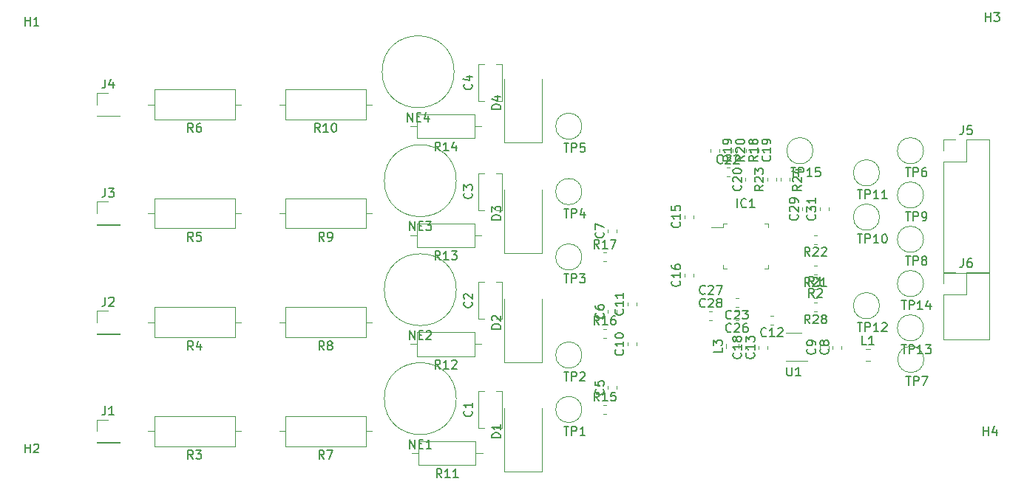
<source format=gbr>
%TF.GenerationSoftware,KiCad,Pcbnew,(5.1.5-0)*%
%TF.CreationDate,2020-04-03T13:37:13+02:00*%
%TF.ProjectId,egc_ads1292,6567635f-6164-4733-9132-39322e6b6963,rev?*%
%TF.SameCoordinates,PX23c3460PY8f0d180*%
%TF.FileFunction,Legend,Top*%
%TF.FilePolarity,Positive*%
%FSLAX46Y46*%
G04 Gerber Fmt 4.6, Leading zero omitted, Abs format (unit mm)*
G04 Created by KiCad (PCBNEW (5.1.5-0)) date 2020-04-03 13:37:13*
%MOMM*%
%LPD*%
G04 APERTURE LIST*
%ADD10C,0.120000*%
%ADD11C,0.150000*%
G04 APERTURE END LIST*
D10*
X48380000Y41250000D02*
X49150000Y41250000D01*
X56460000Y41250000D02*
X55690000Y41250000D01*
X49150000Y39880000D02*
X55690000Y39880000D01*
X49150000Y42620000D02*
X49150000Y39880000D01*
X55690000Y42620000D02*
X49150000Y42620000D01*
X55690000Y39880000D02*
X55690000Y42620000D01*
X33340000Y31250000D02*
X34030000Y31250000D01*
X43960000Y31250000D02*
X43270000Y31250000D01*
X34030000Y29530000D02*
X43270000Y29530000D01*
X34030000Y32970000D02*
X34030000Y29530000D01*
X43270000Y32970000D02*
X34030000Y32970000D01*
X43270000Y29530000D02*
X43270000Y32970000D01*
X33340000Y18750000D02*
X34030000Y18750000D01*
X43960000Y18750000D02*
X43270000Y18750000D01*
X34030000Y17030000D02*
X43270000Y17030000D01*
X34030000Y20470000D02*
X34030000Y17030000D01*
X43270000Y20470000D02*
X34030000Y20470000D01*
X43270000Y17030000D02*
X43270000Y20470000D01*
X33340000Y6250000D02*
X34030000Y6250000D01*
X43960000Y6250000D02*
X43270000Y6250000D01*
X34030000Y4530000D02*
X43270000Y4530000D01*
X34030000Y7970000D02*
X34030000Y4530000D01*
X43270000Y7970000D02*
X34030000Y7970000D01*
X43270000Y4530000D02*
X43270000Y7970000D01*
X18340000Y43750000D02*
X19030000Y43750000D01*
X28960000Y43750000D02*
X28270000Y43750000D01*
X19030000Y42030000D02*
X28270000Y42030000D01*
X19030000Y45470000D02*
X19030000Y42030000D01*
X28270000Y45470000D02*
X19030000Y45470000D01*
X28270000Y42030000D02*
X28270000Y45470000D01*
X53620000Y22500000D02*
G75*
G03X53620000Y22500000I-4120000J0D01*
G01*
X53620000Y10000000D02*
G75*
G03X53620000Y10000000I-4120000J0D01*
G01*
X59100000Y26650000D02*
X59100000Y33950000D01*
X63400000Y26650000D02*
X63400000Y33950000D01*
X59100000Y26650000D02*
X63400000Y26650000D01*
X59100000Y14150000D02*
X59100000Y21450000D01*
X63400000Y14150000D02*
X63400000Y21450000D01*
X59100000Y14150000D02*
X63400000Y14150000D01*
X59100000Y1650000D02*
X59100000Y8950000D01*
X63400000Y1650000D02*
X63400000Y8950000D01*
X59100000Y1650000D02*
X63400000Y1650000D01*
X58165000Y23370000D02*
X58870000Y23370000D01*
X56130000Y23370000D02*
X56835000Y23370000D01*
X58165000Y19130000D02*
X58870000Y19130000D01*
X56130000Y19130000D02*
X56835000Y19130000D01*
X58870000Y19130000D02*
X58870000Y23370000D01*
X56130000Y19130000D02*
X56130000Y23370000D01*
X94921267Y21010000D02*
X94578733Y21010000D01*
X94921267Y19990000D02*
X94578733Y19990000D01*
X109420000Y24530000D02*
X110750000Y24530000D01*
X109420000Y23200000D02*
X109420000Y24530000D01*
X112020000Y24530000D02*
X114620000Y24530000D01*
X112020000Y21930000D02*
X112020000Y24530000D01*
X109420000Y21930000D02*
X112020000Y21930000D01*
X114620000Y24530000D02*
X114620000Y16790000D01*
X109420000Y21930000D02*
X109420000Y16790000D01*
X109420000Y16790000D02*
X114620000Y16790000D01*
X91350000Y14340000D02*
X93800000Y14340000D01*
X93150000Y17560000D02*
X91350000Y17560000D01*
X94470000Y38440000D02*
G75*
G03X94470000Y38440000I-1500000J0D01*
G01*
X107130000Y23200000D02*
G75*
G03X107130000Y23200000I-1500000J0D01*
G01*
X107130000Y18120000D02*
G75*
G03X107130000Y18120000I-1500000J0D01*
G01*
X102090000Y20660000D02*
G75*
G03X102090000Y20660000I-1500000J0D01*
G01*
X102090000Y35900000D02*
G75*
G03X102090000Y35900000I-1500000J0D01*
G01*
X102090000Y30820000D02*
G75*
G03X102090000Y30820000I-1500000J0D01*
G01*
X107130000Y33360000D02*
G75*
G03X107130000Y33360000I-1500000J0D01*
G01*
X107130000Y28280000D02*
G75*
G03X107130000Y28280000I-1500000J0D01*
G01*
X107170000Y14500000D02*
G75*
G03X107170000Y14500000I-1500000J0D01*
G01*
X107130000Y38440000D02*
G75*
G03X107130000Y38440000I-1500000J0D01*
G01*
X68000000Y41250000D02*
G75*
G03X68000000Y41250000I-1500000J0D01*
G01*
X68000000Y33750000D02*
G75*
G03X68000000Y33750000I-1500000J0D01*
G01*
X68000000Y26250000D02*
G75*
G03X68000000Y26250000I-1500000J0D01*
G01*
X68000000Y15000000D02*
G75*
G03X68000000Y15000000I-1500000J0D01*
G01*
X68000000Y8750000D02*
G75*
G03X68000000Y8750000I-1500000J0D01*
G01*
X90740000Y35296267D02*
X90740000Y34953733D01*
X91760000Y35296267D02*
X91760000Y34953733D01*
X90260000Y34953733D02*
X90260000Y35296267D01*
X89240000Y34953733D02*
X89240000Y35296267D01*
X94921267Y28760000D02*
X94578733Y28760000D01*
X94921267Y27740000D02*
X94578733Y27740000D01*
X94921267Y25260000D02*
X94578733Y25260000D01*
X94921267Y24240000D02*
X94578733Y24240000D01*
X84240000Y38671267D02*
X84240000Y38328733D01*
X85260000Y38671267D02*
X85260000Y38328733D01*
X82740000Y38671267D02*
X82740000Y38328733D01*
X83760000Y38671267D02*
X83760000Y38328733D01*
X85740000Y38671267D02*
X85740000Y38328733D01*
X86760000Y38671267D02*
X86760000Y38328733D01*
X70453733Y25740000D02*
X70796267Y25740000D01*
X70453733Y26760000D02*
X70796267Y26760000D01*
X70453733Y18010000D02*
X70796267Y18010000D01*
X70453733Y16990000D02*
X70796267Y16990000D01*
X70453733Y8240000D02*
X70796267Y8240000D01*
X70453733Y9260000D02*
X70796267Y9260000D01*
X94921267Y24010000D02*
X94578733Y24010000D01*
X94921267Y22990000D02*
X94578733Y22990000D01*
X94578733Y21490000D02*
X94921267Y21490000D01*
X94578733Y22510000D02*
X94921267Y22510000D01*
X85960000Y15763748D02*
X85960000Y16286252D01*
X84540000Y15763748D02*
X84540000Y16286252D01*
X100488748Y14290000D02*
X101011252Y14290000D01*
X100488748Y15710000D02*
X101011252Y15710000D01*
X109420000Y39770000D02*
X110750000Y39770000D01*
X109420000Y38440000D02*
X109420000Y39770000D01*
X112020000Y39770000D02*
X114620000Y39770000D01*
X112020000Y37170000D02*
X112020000Y39770000D01*
X109420000Y37170000D02*
X112020000Y37170000D01*
X114620000Y39770000D02*
X114620000Y24410000D01*
X109420000Y37170000D02*
X109420000Y24410000D01*
X109420000Y24410000D02*
X114620000Y24410000D01*
X12420000Y45080000D02*
X13750000Y45080000D01*
X12420000Y43750000D02*
X12420000Y45080000D01*
X12420000Y42480000D02*
X15080000Y42480000D01*
X15080000Y42480000D02*
X15080000Y42420000D01*
X12420000Y42480000D02*
X12420000Y42420000D01*
X12420000Y42420000D02*
X15080000Y42420000D01*
X12420000Y32580000D02*
X13750000Y32580000D01*
X12420000Y31250000D02*
X12420000Y32580000D01*
X12420000Y29980000D02*
X15080000Y29980000D01*
X15080000Y29980000D02*
X15080000Y29920000D01*
X12420000Y29980000D02*
X12420000Y29920000D01*
X12420000Y29920000D02*
X15080000Y29920000D01*
X12420000Y20080000D02*
X13750000Y20080000D01*
X12420000Y18750000D02*
X12420000Y20080000D01*
X12420000Y17480000D02*
X15080000Y17480000D01*
X15080000Y17480000D02*
X15080000Y17420000D01*
X12420000Y17480000D02*
X12420000Y17420000D01*
X12420000Y17420000D02*
X15080000Y17420000D01*
X12420000Y7580000D02*
X13750000Y7580000D01*
X12420000Y6250000D02*
X12420000Y7580000D01*
X12420000Y4980000D02*
X15080000Y4980000D01*
X15080000Y4980000D02*
X15080000Y4920000D01*
X12420000Y4980000D02*
X12420000Y4920000D01*
X12420000Y4920000D02*
X15080000Y4920000D01*
X84140000Y29660000D02*
X82825000Y29660000D01*
X84140000Y30110000D02*
X84140000Y29660000D01*
X84590000Y30110000D02*
X84140000Y30110000D01*
X89360000Y30110000D02*
X89360000Y29660000D01*
X88910000Y30110000D02*
X89360000Y30110000D01*
X84140000Y24890000D02*
X84140000Y25340000D01*
X84590000Y24890000D02*
X84140000Y24890000D01*
X89360000Y24890000D02*
X89360000Y25340000D01*
X88910000Y24890000D02*
X89360000Y24890000D01*
X74260000Y16078733D02*
X74260000Y16421267D01*
X73240000Y16078733D02*
X73240000Y16421267D01*
X96260000Y31578733D02*
X96260000Y31921267D01*
X95240000Y31578733D02*
X95240000Y31921267D01*
X94260000Y31578733D02*
X94260000Y31921267D01*
X93240000Y31578733D02*
X93240000Y31921267D01*
X82578733Y18990000D02*
X82921267Y18990000D01*
X82578733Y20010000D02*
X82921267Y20010000D01*
X82578733Y20490000D02*
X82921267Y20490000D01*
X82578733Y21510000D02*
X82921267Y21510000D01*
X85921267Y20010000D02*
X85578733Y20010000D01*
X85921267Y18990000D02*
X85578733Y18990000D01*
X85921267Y21510000D02*
X85578733Y21510000D01*
X85921267Y20490000D02*
X85578733Y20490000D01*
X84578733Y35490000D02*
X84921267Y35490000D01*
X84578733Y36510000D02*
X84921267Y36510000D01*
X87760000Y34953733D02*
X87760000Y35296267D01*
X86740000Y34953733D02*
X86740000Y35296267D01*
X87240000Y38671267D02*
X87240000Y38328733D01*
X88260000Y38671267D02*
X88260000Y38328733D01*
X87760000Y15703733D02*
X87760000Y16046267D01*
X86740000Y15703733D02*
X86740000Y16046267D01*
X80760000Y23983733D02*
X80760000Y24326267D01*
X79740000Y23983733D02*
X79740000Y24326267D01*
X80760000Y30703733D02*
X80760000Y31046267D01*
X79740000Y30703733D02*
X79740000Y31046267D01*
X89260000Y15703733D02*
X89260000Y16046267D01*
X88240000Y15703733D02*
X88240000Y16046267D01*
X89921267Y18490000D02*
X89578733Y18490000D01*
X89921267Y19510000D02*
X89578733Y19510000D01*
X74260000Y20703733D02*
X74260000Y21046267D01*
X73240000Y20703733D02*
X73240000Y21046267D01*
X96260000Y15703733D02*
X96260000Y16046267D01*
X95240000Y15703733D02*
X95240000Y16046267D01*
X97760000Y15703733D02*
X97760000Y16046267D01*
X96740000Y15703733D02*
X96740000Y16046267D01*
X72010000Y29078733D02*
X72010000Y29421267D01*
X70990000Y29078733D02*
X70990000Y29421267D01*
X72010000Y19828733D02*
X72010000Y20171267D01*
X70990000Y19828733D02*
X70990000Y20171267D01*
X72010000Y11078733D02*
X72010000Y11421267D01*
X70990000Y11078733D02*
X70990000Y11421267D01*
X53370000Y47500000D02*
G75*
G03X53370000Y47500000I-4120000J0D01*
G01*
X53620000Y35000000D02*
G75*
G03X53620000Y35000000I-4120000J0D01*
G01*
X59100000Y39350000D02*
X59100000Y46650000D01*
X63400000Y39350000D02*
X63400000Y46650000D01*
X59100000Y39350000D02*
X63400000Y39350000D01*
X33340000Y43750000D02*
X34030000Y43750000D01*
X43960000Y43750000D02*
X43270000Y43750000D01*
X34030000Y42030000D02*
X43270000Y42030000D01*
X34030000Y45470000D02*
X34030000Y42030000D01*
X43270000Y45470000D02*
X34030000Y45470000D01*
X43270000Y42030000D02*
X43270000Y45470000D01*
X18340000Y31250000D02*
X19030000Y31250000D01*
X28960000Y31250000D02*
X28270000Y31250000D01*
X19030000Y29530000D02*
X28270000Y29530000D01*
X19030000Y32970000D02*
X19030000Y29530000D01*
X28270000Y32970000D02*
X19030000Y32970000D01*
X28270000Y29530000D02*
X28270000Y32970000D01*
X18340000Y18750000D02*
X19030000Y18750000D01*
X28960000Y18750000D02*
X28270000Y18750000D01*
X19030000Y17030000D02*
X28270000Y17030000D01*
X19030000Y20470000D02*
X19030000Y17030000D01*
X28270000Y20470000D02*
X19030000Y20470000D01*
X28270000Y17030000D02*
X28270000Y20470000D01*
X18340000Y6250000D02*
X19030000Y6250000D01*
X28960000Y6250000D02*
X28270000Y6250000D01*
X19030000Y4530000D02*
X28270000Y4530000D01*
X19030000Y7970000D02*
X19030000Y4530000D01*
X28270000Y7970000D02*
X19030000Y7970000D01*
X28270000Y4530000D02*
X28270000Y7970000D01*
X55850000Y2380000D02*
X55850000Y5120000D01*
X55850000Y5120000D02*
X49310000Y5120000D01*
X49310000Y5120000D02*
X49310000Y2380000D01*
X49310000Y2380000D02*
X55850000Y2380000D01*
X56620000Y3750000D02*
X55850000Y3750000D01*
X48540000Y3750000D02*
X49310000Y3750000D01*
X55690000Y14880000D02*
X55690000Y17620000D01*
X55690000Y17620000D02*
X49150000Y17620000D01*
X49150000Y17620000D02*
X49150000Y14880000D01*
X49150000Y14880000D02*
X55690000Y14880000D01*
X56460000Y16250000D02*
X55690000Y16250000D01*
X48380000Y16250000D02*
X49150000Y16250000D01*
X48380000Y28750000D02*
X49150000Y28750000D01*
X56460000Y28750000D02*
X55690000Y28750000D01*
X49150000Y27380000D02*
X55690000Y27380000D01*
X49150000Y30120000D02*
X49150000Y27380000D01*
X55690000Y30120000D02*
X49150000Y30120000D01*
X55690000Y27380000D02*
X55690000Y30120000D01*
X56130000Y6630000D02*
X56130000Y10870000D01*
X58870000Y6630000D02*
X58870000Y10870000D01*
X56130000Y6630000D02*
X56835000Y6630000D01*
X58165000Y6630000D02*
X58870000Y6630000D01*
X56130000Y10870000D02*
X56835000Y10870000D01*
X58165000Y10870000D02*
X58870000Y10870000D01*
X56130000Y31630000D02*
X56130000Y35870000D01*
X58870000Y31630000D02*
X58870000Y35870000D01*
X56130000Y31630000D02*
X56835000Y31630000D01*
X58165000Y31630000D02*
X58870000Y31630000D01*
X56130000Y35870000D02*
X56835000Y35870000D01*
X58165000Y35870000D02*
X58870000Y35870000D01*
X58165000Y48370000D02*
X58870000Y48370000D01*
X56130000Y48370000D02*
X56835000Y48370000D01*
X58165000Y44130000D02*
X58870000Y44130000D01*
X56130000Y44130000D02*
X56835000Y44130000D01*
X58870000Y44130000D02*
X58870000Y48370000D01*
X56130000Y44130000D02*
X56130000Y48370000D01*
D11*
X51777142Y38427620D02*
X51443809Y38903810D01*
X51205714Y38427620D02*
X51205714Y39427620D01*
X51586666Y39427620D01*
X51681904Y39380000D01*
X51729523Y39332381D01*
X51777142Y39237143D01*
X51777142Y39094286D01*
X51729523Y38999048D01*
X51681904Y38951429D01*
X51586666Y38903810D01*
X51205714Y38903810D01*
X52729523Y38427620D02*
X52158095Y38427620D01*
X52443809Y38427620D02*
X52443809Y39427620D01*
X52348571Y39284762D01*
X52253333Y39189524D01*
X52158095Y39141905D01*
X53586666Y39094286D02*
X53586666Y38427620D01*
X53348571Y39475239D02*
X53110476Y38760953D01*
X53729523Y38760953D01*
X38483333Y28077620D02*
X38150000Y28553810D01*
X37911904Y28077620D02*
X37911904Y29077620D01*
X38292857Y29077620D01*
X38388095Y29030000D01*
X38435714Y28982381D01*
X38483333Y28887143D01*
X38483333Y28744286D01*
X38435714Y28649048D01*
X38388095Y28601429D01*
X38292857Y28553810D01*
X37911904Y28553810D01*
X38959523Y28077620D02*
X39150000Y28077620D01*
X39245238Y28125239D01*
X39292857Y28172858D01*
X39388095Y28315715D01*
X39435714Y28506191D01*
X39435714Y28887143D01*
X39388095Y28982381D01*
X39340476Y29030000D01*
X39245238Y29077620D01*
X39054761Y29077620D01*
X38959523Y29030000D01*
X38911904Y28982381D01*
X38864285Y28887143D01*
X38864285Y28649048D01*
X38911904Y28553810D01*
X38959523Y28506191D01*
X39054761Y28458572D01*
X39245238Y28458572D01*
X39340476Y28506191D01*
X39388095Y28553810D01*
X39435714Y28649048D01*
X38483333Y15577620D02*
X38150000Y16053810D01*
X37911904Y15577620D02*
X37911904Y16577620D01*
X38292857Y16577620D01*
X38388095Y16530000D01*
X38435714Y16482381D01*
X38483333Y16387143D01*
X38483333Y16244286D01*
X38435714Y16149048D01*
X38388095Y16101429D01*
X38292857Y16053810D01*
X37911904Y16053810D01*
X39054761Y16149048D02*
X38959523Y16196667D01*
X38911904Y16244286D01*
X38864285Y16339524D01*
X38864285Y16387143D01*
X38911904Y16482381D01*
X38959523Y16530000D01*
X39054761Y16577620D01*
X39245238Y16577620D01*
X39340476Y16530000D01*
X39388095Y16482381D01*
X39435714Y16387143D01*
X39435714Y16339524D01*
X39388095Y16244286D01*
X39340476Y16196667D01*
X39245238Y16149048D01*
X39054761Y16149048D01*
X38959523Y16101429D01*
X38911904Y16053810D01*
X38864285Y15958572D01*
X38864285Y15768096D01*
X38911904Y15672858D01*
X38959523Y15625239D01*
X39054761Y15577620D01*
X39245238Y15577620D01*
X39340476Y15625239D01*
X39388095Y15672858D01*
X39435714Y15768096D01*
X39435714Y15958572D01*
X39388095Y16053810D01*
X39340476Y16101429D01*
X39245238Y16149048D01*
X38483333Y3077620D02*
X38150000Y3553810D01*
X37911904Y3077620D02*
X37911904Y4077620D01*
X38292857Y4077620D01*
X38388095Y4030000D01*
X38435714Y3982381D01*
X38483333Y3887143D01*
X38483333Y3744286D01*
X38435714Y3649048D01*
X38388095Y3601429D01*
X38292857Y3553810D01*
X37911904Y3553810D01*
X38816666Y4077620D02*
X39483333Y4077620D01*
X39054761Y3077620D01*
X23483333Y40577620D02*
X23150000Y41053810D01*
X22911904Y40577620D02*
X22911904Y41577620D01*
X23292857Y41577620D01*
X23388095Y41530000D01*
X23435714Y41482381D01*
X23483333Y41387143D01*
X23483333Y41244286D01*
X23435714Y41149048D01*
X23388095Y41101429D01*
X23292857Y41053810D01*
X22911904Y41053810D01*
X24340476Y41577620D02*
X24150000Y41577620D01*
X24054761Y41530000D01*
X24007142Y41482381D01*
X23911904Y41339524D01*
X23864285Y41149048D01*
X23864285Y40768096D01*
X23911904Y40672858D01*
X23959523Y40625239D01*
X24054761Y40577620D01*
X24245238Y40577620D01*
X24340476Y40625239D01*
X24388095Y40672858D01*
X24435714Y40768096D01*
X24435714Y41006191D01*
X24388095Y41101429D01*
X24340476Y41149048D01*
X24245238Y41196667D01*
X24054761Y41196667D01*
X23959523Y41149048D01*
X23911904Y41101429D01*
X23864285Y41006191D01*
X48285714Y16797620D02*
X48285714Y17797620D01*
X48857142Y16797620D01*
X48857142Y17797620D01*
X49333333Y17321429D02*
X49666666Y17321429D01*
X49809523Y16797620D02*
X49333333Y16797620D01*
X49333333Y17797620D01*
X49809523Y17797620D01*
X50190476Y17702381D02*
X50238095Y17750000D01*
X50333333Y17797620D01*
X50571428Y17797620D01*
X50666666Y17750000D01*
X50714285Y17702381D01*
X50761904Y17607143D01*
X50761904Y17511905D01*
X50714285Y17369048D01*
X50142857Y16797620D01*
X50761904Y16797620D01*
X48285714Y4297620D02*
X48285714Y5297620D01*
X48857142Y4297620D01*
X48857142Y5297620D01*
X49333333Y4821429D02*
X49666666Y4821429D01*
X49809523Y4297620D02*
X49333333Y4297620D01*
X49333333Y5297620D01*
X49809523Y5297620D01*
X50761904Y4297620D02*
X50190476Y4297620D01*
X50476190Y4297620D02*
X50476190Y5297620D01*
X50380952Y5154762D01*
X50285714Y5059524D01*
X50190476Y5011905D01*
X113988095Y5797620D02*
X113988095Y6797620D01*
X113988095Y6321429D02*
X114559523Y6321429D01*
X114559523Y5797620D02*
X114559523Y6797620D01*
X115464285Y6464286D02*
X115464285Y5797620D01*
X115226190Y6845239D02*
X114988095Y6130953D01*
X115607142Y6130953D01*
X114238095Y53297620D02*
X114238095Y54297620D01*
X114238095Y53821429D02*
X114809523Y53821429D01*
X114809523Y53297620D02*
X114809523Y54297620D01*
X115190476Y54297620D02*
X115809523Y54297620D01*
X115476190Y53916667D01*
X115619047Y53916667D01*
X115714285Y53869048D01*
X115761904Y53821429D01*
X115809523Y53726191D01*
X115809523Y53488096D01*
X115761904Y53392858D01*
X115714285Y53345239D01*
X115619047Y53297620D01*
X115333333Y53297620D01*
X115238095Y53345239D01*
X115190476Y53392858D01*
X4238095Y3797620D02*
X4238095Y4797620D01*
X4238095Y4321429D02*
X4809523Y4321429D01*
X4809523Y3797620D02*
X4809523Y4797620D01*
X5238095Y4702381D02*
X5285714Y4750000D01*
X5380952Y4797620D01*
X5619047Y4797620D01*
X5714285Y4750000D01*
X5761904Y4702381D01*
X5809523Y4607143D01*
X5809523Y4511905D01*
X5761904Y4369048D01*
X5190476Y3797620D01*
X5809523Y3797620D01*
X4238095Y52797620D02*
X4238095Y53797620D01*
X4238095Y53321429D02*
X4809523Y53321429D01*
X4809523Y52797620D02*
X4809523Y53797620D01*
X5809523Y52797620D02*
X5238095Y52797620D01*
X5523809Y52797620D02*
X5523809Y53797620D01*
X5428571Y53654762D01*
X5333333Y53559524D01*
X5238095Y53511905D01*
X58702380Y30511905D02*
X57702380Y30511905D01*
X57702380Y30750000D01*
X57750000Y30892858D01*
X57845238Y30988096D01*
X57940476Y31035715D01*
X58130952Y31083334D01*
X58273809Y31083334D01*
X58464285Y31035715D01*
X58559523Y30988096D01*
X58654761Y30892858D01*
X58702380Y30750000D01*
X58702380Y30511905D01*
X57702380Y31416667D02*
X57702380Y32035715D01*
X58083333Y31702381D01*
X58083333Y31845239D01*
X58130952Y31940477D01*
X58178571Y31988096D01*
X58273809Y32035715D01*
X58511904Y32035715D01*
X58607142Y31988096D01*
X58654761Y31940477D01*
X58702380Y31845239D01*
X58702380Y31559524D01*
X58654761Y31464286D01*
X58607142Y31416667D01*
X58702380Y18011905D02*
X57702380Y18011905D01*
X57702380Y18250000D01*
X57750000Y18392858D01*
X57845238Y18488096D01*
X57940476Y18535715D01*
X58130952Y18583334D01*
X58273809Y18583334D01*
X58464285Y18535715D01*
X58559523Y18488096D01*
X58654761Y18392858D01*
X58702380Y18250000D01*
X58702380Y18011905D01*
X57797619Y18964286D02*
X57750000Y19011905D01*
X57702380Y19107143D01*
X57702380Y19345239D01*
X57750000Y19440477D01*
X57797619Y19488096D01*
X57892857Y19535715D01*
X57988095Y19535715D01*
X58130952Y19488096D01*
X58702380Y18916667D01*
X58702380Y19535715D01*
X58702380Y5511905D02*
X57702380Y5511905D01*
X57702380Y5750000D01*
X57750000Y5892858D01*
X57845238Y5988096D01*
X57940476Y6035715D01*
X58130952Y6083334D01*
X58273809Y6083334D01*
X58464285Y6035715D01*
X58559523Y5988096D01*
X58654761Y5892858D01*
X58702380Y5750000D01*
X58702380Y5511905D01*
X58702380Y7035715D02*
X58702380Y6464286D01*
X58702380Y6750000D02*
X57702380Y6750000D01*
X57845238Y6654762D01*
X57940476Y6559524D01*
X57988095Y6464286D01*
X55357142Y21083334D02*
X55404761Y21035715D01*
X55452380Y20892858D01*
X55452380Y20797620D01*
X55404761Y20654762D01*
X55309523Y20559524D01*
X55214285Y20511905D01*
X55023809Y20464286D01*
X54880952Y20464286D01*
X54690476Y20511905D01*
X54595238Y20559524D01*
X54500000Y20654762D01*
X54452380Y20797620D01*
X54452380Y20892858D01*
X54500000Y21035715D01*
X54547619Y21083334D01*
X54547619Y21464286D02*
X54500000Y21511905D01*
X54452380Y21607143D01*
X54452380Y21845239D01*
X54500000Y21940477D01*
X54547619Y21988096D01*
X54642857Y22035715D01*
X54738095Y22035715D01*
X54880952Y21988096D01*
X55452380Y21416667D01*
X55452380Y22035715D01*
X94107142Y18617620D02*
X93773809Y19093810D01*
X93535714Y18617620D02*
X93535714Y19617620D01*
X93916666Y19617620D01*
X94011904Y19570000D01*
X94059523Y19522381D01*
X94107142Y19427143D01*
X94107142Y19284286D01*
X94059523Y19189048D01*
X94011904Y19141429D01*
X93916666Y19093810D01*
X93535714Y19093810D01*
X94488095Y19522381D02*
X94535714Y19570000D01*
X94630952Y19617620D01*
X94869047Y19617620D01*
X94964285Y19570000D01*
X95011904Y19522381D01*
X95059523Y19427143D01*
X95059523Y19331905D01*
X95011904Y19189048D01*
X94440476Y18617620D01*
X95059523Y18617620D01*
X95630952Y19189048D02*
X95535714Y19236667D01*
X95488095Y19284286D01*
X95440476Y19379524D01*
X95440476Y19427143D01*
X95488095Y19522381D01*
X95535714Y19570000D01*
X95630952Y19617620D01*
X95821428Y19617620D01*
X95916666Y19570000D01*
X95964285Y19522381D01*
X96011904Y19427143D01*
X96011904Y19379524D01*
X95964285Y19284286D01*
X95916666Y19236667D01*
X95821428Y19189048D01*
X95630952Y19189048D01*
X95535714Y19141429D01*
X95488095Y19093810D01*
X95440476Y18998572D01*
X95440476Y18808096D01*
X95488095Y18712858D01*
X95535714Y18665239D01*
X95630952Y18617620D01*
X95821428Y18617620D01*
X95916666Y18665239D01*
X95964285Y18712858D01*
X96011904Y18808096D01*
X96011904Y18998572D01*
X95964285Y19093810D01*
X95916666Y19141429D01*
X95821428Y19189048D01*
X111686666Y26077620D02*
X111686666Y25363334D01*
X111639047Y25220477D01*
X111543809Y25125239D01*
X111400952Y25077620D01*
X111305714Y25077620D01*
X112591428Y26077620D02*
X112400952Y26077620D01*
X112305714Y26030000D01*
X112258095Y25982381D01*
X112162857Y25839524D01*
X112115238Y25649048D01*
X112115238Y25268096D01*
X112162857Y25172858D01*
X112210476Y25125239D01*
X112305714Y25077620D01*
X112496190Y25077620D01*
X112591428Y25125239D01*
X112639047Y25172858D01*
X112686666Y25268096D01*
X112686666Y25506191D01*
X112639047Y25601429D01*
X112591428Y25649048D01*
X112496190Y25696667D01*
X112305714Y25696667D01*
X112210476Y25649048D01*
X112162857Y25601429D01*
X112115238Y25506191D01*
X91488095Y13597620D02*
X91488095Y12788096D01*
X91535714Y12692858D01*
X91583333Y12645239D01*
X91678571Y12597620D01*
X91869047Y12597620D01*
X91964285Y12645239D01*
X92011904Y12692858D01*
X92059523Y12788096D01*
X92059523Y13597620D01*
X93059523Y12597620D02*
X92488095Y12597620D01*
X92773809Y12597620D02*
X92773809Y13597620D01*
X92678571Y13454762D01*
X92583333Y13359524D01*
X92488095Y13311905D01*
X91931904Y36487620D02*
X92503333Y36487620D01*
X92217619Y35487620D02*
X92217619Y36487620D01*
X92836666Y35487620D02*
X92836666Y36487620D01*
X93217619Y36487620D01*
X93312857Y36440000D01*
X93360476Y36392381D01*
X93408095Y36297143D01*
X93408095Y36154286D01*
X93360476Y36059048D01*
X93312857Y36011429D01*
X93217619Y35963810D01*
X92836666Y35963810D01*
X94360476Y35487620D02*
X93789047Y35487620D01*
X94074761Y35487620D02*
X94074761Y36487620D01*
X93979523Y36344762D01*
X93884285Y36249524D01*
X93789047Y36201905D01*
X95265238Y36487620D02*
X94789047Y36487620D01*
X94741428Y36011429D01*
X94789047Y36059048D01*
X94884285Y36106667D01*
X95122380Y36106667D01*
X95217619Y36059048D01*
X95265238Y36011429D01*
X95312857Y35916191D01*
X95312857Y35678096D01*
X95265238Y35582858D01*
X95217619Y35535239D01*
X95122380Y35487620D01*
X94884285Y35487620D01*
X94789047Y35535239D01*
X94741428Y35582858D01*
X104591904Y21247620D02*
X105163333Y21247620D01*
X104877619Y20247620D02*
X104877619Y21247620D01*
X105496666Y20247620D02*
X105496666Y21247620D01*
X105877619Y21247620D01*
X105972857Y21200000D01*
X106020476Y21152381D01*
X106068095Y21057143D01*
X106068095Y20914286D01*
X106020476Y20819048D01*
X105972857Y20771429D01*
X105877619Y20723810D01*
X105496666Y20723810D01*
X107020476Y20247620D02*
X106449047Y20247620D01*
X106734761Y20247620D02*
X106734761Y21247620D01*
X106639523Y21104762D01*
X106544285Y21009524D01*
X106449047Y20961905D01*
X107877619Y20914286D02*
X107877619Y20247620D01*
X107639523Y21295239D02*
X107401428Y20580953D01*
X108020476Y20580953D01*
X104591904Y16167620D02*
X105163333Y16167620D01*
X104877619Y15167620D02*
X104877619Y16167620D01*
X105496666Y15167620D02*
X105496666Y16167620D01*
X105877619Y16167620D01*
X105972857Y16120000D01*
X106020476Y16072381D01*
X106068095Y15977143D01*
X106068095Y15834286D01*
X106020476Y15739048D01*
X105972857Y15691429D01*
X105877619Y15643810D01*
X105496666Y15643810D01*
X107020476Y15167620D02*
X106449047Y15167620D01*
X106734761Y15167620D02*
X106734761Y16167620D01*
X106639523Y16024762D01*
X106544285Y15929524D01*
X106449047Y15881905D01*
X107353809Y16167620D02*
X107972857Y16167620D01*
X107639523Y15786667D01*
X107782380Y15786667D01*
X107877619Y15739048D01*
X107925238Y15691429D01*
X107972857Y15596191D01*
X107972857Y15358096D01*
X107925238Y15262858D01*
X107877619Y15215239D01*
X107782380Y15167620D01*
X107496666Y15167620D01*
X107401428Y15215239D01*
X107353809Y15262858D01*
X99551904Y18707620D02*
X100123333Y18707620D01*
X99837619Y17707620D02*
X99837619Y18707620D01*
X100456666Y17707620D02*
X100456666Y18707620D01*
X100837619Y18707620D01*
X100932857Y18660000D01*
X100980476Y18612381D01*
X101028095Y18517143D01*
X101028095Y18374286D01*
X100980476Y18279048D01*
X100932857Y18231429D01*
X100837619Y18183810D01*
X100456666Y18183810D01*
X101980476Y17707620D02*
X101409047Y17707620D01*
X101694761Y17707620D02*
X101694761Y18707620D01*
X101599523Y18564762D01*
X101504285Y18469524D01*
X101409047Y18421905D01*
X102361428Y18612381D02*
X102409047Y18660000D01*
X102504285Y18707620D01*
X102742380Y18707620D01*
X102837619Y18660000D01*
X102885238Y18612381D01*
X102932857Y18517143D01*
X102932857Y18421905D01*
X102885238Y18279048D01*
X102313809Y17707620D01*
X102932857Y17707620D01*
X99551904Y33947620D02*
X100123333Y33947620D01*
X99837619Y32947620D02*
X99837619Y33947620D01*
X100456666Y32947620D02*
X100456666Y33947620D01*
X100837619Y33947620D01*
X100932857Y33900000D01*
X100980476Y33852381D01*
X101028095Y33757143D01*
X101028095Y33614286D01*
X100980476Y33519048D01*
X100932857Y33471429D01*
X100837619Y33423810D01*
X100456666Y33423810D01*
X101980476Y32947620D02*
X101409047Y32947620D01*
X101694761Y32947620D02*
X101694761Y33947620D01*
X101599523Y33804762D01*
X101504285Y33709524D01*
X101409047Y33661905D01*
X102932857Y32947620D02*
X102361428Y32947620D01*
X102647142Y32947620D02*
X102647142Y33947620D01*
X102551904Y33804762D01*
X102456666Y33709524D01*
X102361428Y33661905D01*
X99551904Y28867620D02*
X100123333Y28867620D01*
X99837619Y27867620D02*
X99837619Y28867620D01*
X100456666Y27867620D02*
X100456666Y28867620D01*
X100837619Y28867620D01*
X100932857Y28820000D01*
X100980476Y28772381D01*
X101028095Y28677143D01*
X101028095Y28534286D01*
X100980476Y28439048D01*
X100932857Y28391429D01*
X100837619Y28343810D01*
X100456666Y28343810D01*
X101980476Y27867620D02*
X101409047Y27867620D01*
X101694761Y27867620D02*
X101694761Y28867620D01*
X101599523Y28724762D01*
X101504285Y28629524D01*
X101409047Y28581905D01*
X102599523Y28867620D02*
X102694761Y28867620D01*
X102790000Y28820000D01*
X102837619Y28772381D01*
X102885238Y28677143D01*
X102932857Y28486667D01*
X102932857Y28248572D01*
X102885238Y28058096D01*
X102837619Y27962858D01*
X102790000Y27915239D01*
X102694761Y27867620D01*
X102599523Y27867620D01*
X102504285Y27915239D01*
X102456666Y27962858D01*
X102409047Y28058096D01*
X102361428Y28248572D01*
X102361428Y28486667D01*
X102409047Y28677143D01*
X102456666Y28772381D01*
X102504285Y28820000D01*
X102599523Y28867620D01*
X105068095Y31407620D02*
X105639523Y31407620D01*
X105353809Y30407620D02*
X105353809Y31407620D01*
X105972857Y30407620D02*
X105972857Y31407620D01*
X106353809Y31407620D01*
X106449047Y31360000D01*
X106496666Y31312381D01*
X106544285Y31217143D01*
X106544285Y31074286D01*
X106496666Y30979048D01*
X106449047Y30931429D01*
X106353809Y30883810D01*
X105972857Y30883810D01*
X107020476Y30407620D02*
X107210952Y30407620D01*
X107306190Y30455239D01*
X107353809Y30502858D01*
X107449047Y30645715D01*
X107496666Y30836191D01*
X107496666Y31217143D01*
X107449047Y31312381D01*
X107401428Y31360000D01*
X107306190Y31407620D01*
X107115714Y31407620D01*
X107020476Y31360000D01*
X106972857Y31312381D01*
X106925238Y31217143D01*
X106925238Y30979048D01*
X106972857Y30883810D01*
X107020476Y30836191D01*
X107115714Y30788572D01*
X107306190Y30788572D01*
X107401428Y30836191D01*
X107449047Y30883810D01*
X107496666Y30979048D01*
X105068095Y26327620D02*
X105639523Y26327620D01*
X105353809Y25327620D02*
X105353809Y26327620D01*
X105972857Y25327620D02*
X105972857Y26327620D01*
X106353809Y26327620D01*
X106449047Y26280000D01*
X106496666Y26232381D01*
X106544285Y26137143D01*
X106544285Y25994286D01*
X106496666Y25899048D01*
X106449047Y25851429D01*
X106353809Y25803810D01*
X105972857Y25803810D01*
X107115714Y25899048D02*
X107020476Y25946667D01*
X106972857Y25994286D01*
X106925238Y26089524D01*
X106925238Y26137143D01*
X106972857Y26232381D01*
X107020476Y26280000D01*
X107115714Y26327620D01*
X107306190Y26327620D01*
X107401428Y26280000D01*
X107449047Y26232381D01*
X107496666Y26137143D01*
X107496666Y26089524D01*
X107449047Y25994286D01*
X107401428Y25946667D01*
X107306190Y25899048D01*
X107115714Y25899048D01*
X107020476Y25851429D01*
X106972857Y25803810D01*
X106925238Y25708572D01*
X106925238Y25518096D01*
X106972857Y25422858D01*
X107020476Y25375239D01*
X107115714Y25327620D01*
X107306190Y25327620D01*
X107401428Y25375239D01*
X107449047Y25422858D01*
X107496666Y25518096D01*
X107496666Y25708572D01*
X107449047Y25803810D01*
X107401428Y25851429D01*
X107306190Y25899048D01*
X105108095Y12547620D02*
X105679523Y12547620D01*
X105393809Y11547620D02*
X105393809Y12547620D01*
X106012857Y11547620D02*
X106012857Y12547620D01*
X106393809Y12547620D01*
X106489047Y12500000D01*
X106536666Y12452381D01*
X106584285Y12357143D01*
X106584285Y12214286D01*
X106536666Y12119048D01*
X106489047Y12071429D01*
X106393809Y12023810D01*
X106012857Y12023810D01*
X106917619Y12547620D02*
X107584285Y12547620D01*
X107155714Y11547620D01*
X105068095Y36487620D02*
X105639523Y36487620D01*
X105353809Y35487620D02*
X105353809Y36487620D01*
X105972857Y35487620D02*
X105972857Y36487620D01*
X106353809Y36487620D01*
X106449047Y36440000D01*
X106496666Y36392381D01*
X106544285Y36297143D01*
X106544285Y36154286D01*
X106496666Y36059048D01*
X106449047Y36011429D01*
X106353809Y35963810D01*
X105972857Y35963810D01*
X107401428Y36487620D02*
X107210952Y36487620D01*
X107115714Y36440000D01*
X107068095Y36392381D01*
X106972857Y36249524D01*
X106925238Y36059048D01*
X106925238Y35678096D01*
X106972857Y35582858D01*
X107020476Y35535239D01*
X107115714Y35487620D01*
X107306190Y35487620D01*
X107401428Y35535239D01*
X107449047Y35582858D01*
X107496666Y35678096D01*
X107496666Y35916191D01*
X107449047Y36011429D01*
X107401428Y36059048D01*
X107306190Y36106667D01*
X107115714Y36106667D01*
X107020476Y36059048D01*
X106972857Y36011429D01*
X106925238Y35916191D01*
X65938095Y39297620D02*
X66509523Y39297620D01*
X66223809Y38297620D02*
X66223809Y39297620D01*
X66842857Y38297620D02*
X66842857Y39297620D01*
X67223809Y39297620D01*
X67319047Y39250000D01*
X67366666Y39202381D01*
X67414285Y39107143D01*
X67414285Y38964286D01*
X67366666Y38869048D01*
X67319047Y38821429D01*
X67223809Y38773810D01*
X66842857Y38773810D01*
X68319047Y39297620D02*
X67842857Y39297620D01*
X67795238Y38821429D01*
X67842857Y38869048D01*
X67938095Y38916667D01*
X68176190Y38916667D01*
X68271428Y38869048D01*
X68319047Y38821429D01*
X68366666Y38726191D01*
X68366666Y38488096D01*
X68319047Y38392858D01*
X68271428Y38345239D01*
X68176190Y38297620D01*
X67938095Y38297620D01*
X67842857Y38345239D01*
X67795238Y38392858D01*
X65938095Y31797620D02*
X66509523Y31797620D01*
X66223809Y30797620D02*
X66223809Y31797620D01*
X66842857Y30797620D02*
X66842857Y31797620D01*
X67223809Y31797620D01*
X67319047Y31750000D01*
X67366666Y31702381D01*
X67414285Y31607143D01*
X67414285Y31464286D01*
X67366666Y31369048D01*
X67319047Y31321429D01*
X67223809Y31273810D01*
X66842857Y31273810D01*
X68271428Y31464286D02*
X68271428Y30797620D01*
X68033333Y31845239D02*
X67795238Y31130953D01*
X68414285Y31130953D01*
X65938095Y24297620D02*
X66509523Y24297620D01*
X66223809Y23297620D02*
X66223809Y24297620D01*
X66842857Y23297620D02*
X66842857Y24297620D01*
X67223809Y24297620D01*
X67319047Y24250000D01*
X67366666Y24202381D01*
X67414285Y24107143D01*
X67414285Y23964286D01*
X67366666Y23869048D01*
X67319047Y23821429D01*
X67223809Y23773810D01*
X66842857Y23773810D01*
X67747619Y24297620D02*
X68366666Y24297620D01*
X68033333Y23916667D01*
X68176190Y23916667D01*
X68271428Y23869048D01*
X68319047Y23821429D01*
X68366666Y23726191D01*
X68366666Y23488096D01*
X68319047Y23392858D01*
X68271428Y23345239D01*
X68176190Y23297620D01*
X67890476Y23297620D01*
X67795238Y23345239D01*
X67747619Y23392858D01*
X65938095Y13047620D02*
X66509523Y13047620D01*
X66223809Y12047620D02*
X66223809Y13047620D01*
X66842857Y12047620D02*
X66842857Y13047620D01*
X67223809Y13047620D01*
X67319047Y13000000D01*
X67366666Y12952381D01*
X67414285Y12857143D01*
X67414285Y12714286D01*
X67366666Y12619048D01*
X67319047Y12571429D01*
X67223809Y12523810D01*
X66842857Y12523810D01*
X67795238Y12952381D02*
X67842857Y13000000D01*
X67938095Y13047620D01*
X68176190Y13047620D01*
X68271428Y13000000D01*
X68319047Y12952381D01*
X68366666Y12857143D01*
X68366666Y12761905D01*
X68319047Y12619048D01*
X67747619Y12047620D01*
X68366666Y12047620D01*
X65938095Y6797620D02*
X66509523Y6797620D01*
X66223809Y5797620D02*
X66223809Y6797620D01*
X66842857Y5797620D02*
X66842857Y6797620D01*
X67223809Y6797620D01*
X67319047Y6750000D01*
X67366666Y6702381D01*
X67414285Y6607143D01*
X67414285Y6464286D01*
X67366666Y6369048D01*
X67319047Y6321429D01*
X67223809Y6273810D01*
X66842857Y6273810D01*
X68366666Y5797620D02*
X67795238Y5797620D01*
X68080952Y5797620D02*
X68080952Y6797620D01*
X67985714Y6654762D01*
X67890476Y6559524D01*
X67795238Y6511905D01*
X93132380Y34482143D02*
X92656190Y34148810D01*
X93132380Y33910715D02*
X92132380Y33910715D01*
X92132380Y34291667D01*
X92180000Y34386905D01*
X92227619Y34434524D01*
X92322857Y34482143D01*
X92465714Y34482143D01*
X92560952Y34434524D01*
X92608571Y34386905D01*
X92656190Y34291667D01*
X92656190Y33910715D01*
X92227619Y34863096D02*
X92180000Y34910715D01*
X92132380Y35005953D01*
X92132380Y35244048D01*
X92180000Y35339286D01*
X92227619Y35386905D01*
X92322857Y35434524D01*
X92418095Y35434524D01*
X92560952Y35386905D01*
X93132380Y34815477D01*
X93132380Y35434524D01*
X92465714Y36291667D02*
X93132380Y36291667D01*
X92084761Y36053572D02*
X92799047Y35815477D01*
X92799047Y36434524D01*
X88772380Y34482143D02*
X88296190Y34148810D01*
X88772380Y33910715D02*
X87772380Y33910715D01*
X87772380Y34291667D01*
X87820000Y34386905D01*
X87867619Y34434524D01*
X87962857Y34482143D01*
X88105714Y34482143D01*
X88200952Y34434524D01*
X88248571Y34386905D01*
X88296190Y34291667D01*
X88296190Y33910715D01*
X87867619Y34863096D02*
X87820000Y34910715D01*
X87772380Y35005953D01*
X87772380Y35244048D01*
X87820000Y35339286D01*
X87867619Y35386905D01*
X87962857Y35434524D01*
X88058095Y35434524D01*
X88200952Y35386905D01*
X88772380Y34815477D01*
X88772380Y35434524D01*
X87772380Y35767858D02*
X87772380Y36386905D01*
X88153333Y36053572D01*
X88153333Y36196429D01*
X88200952Y36291667D01*
X88248571Y36339286D01*
X88343809Y36386905D01*
X88581904Y36386905D01*
X88677142Y36339286D01*
X88724761Y36291667D01*
X88772380Y36196429D01*
X88772380Y35910715D01*
X88724761Y35815477D01*
X88677142Y35767858D01*
X94107142Y26367620D02*
X93773809Y26843810D01*
X93535714Y26367620D02*
X93535714Y27367620D01*
X93916666Y27367620D01*
X94011904Y27320000D01*
X94059523Y27272381D01*
X94107142Y27177143D01*
X94107142Y27034286D01*
X94059523Y26939048D01*
X94011904Y26891429D01*
X93916666Y26843810D01*
X93535714Y26843810D01*
X94488095Y27272381D02*
X94535714Y27320000D01*
X94630952Y27367620D01*
X94869047Y27367620D01*
X94964285Y27320000D01*
X95011904Y27272381D01*
X95059523Y27177143D01*
X95059523Y27081905D01*
X95011904Y26939048D01*
X94440476Y26367620D01*
X95059523Y26367620D01*
X95440476Y27272381D02*
X95488095Y27320000D01*
X95583333Y27367620D01*
X95821428Y27367620D01*
X95916666Y27320000D01*
X95964285Y27272381D01*
X96011904Y27177143D01*
X96011904Y27081905D01*
X95964285Y26939048D01*
X95392857Y26367620D01*
X96011904Y26367620D01*
X94107142Y22867620D02*
X93773809Y23343810D01*
X93535714Y22867620D02*
X93535714Y23867620D01*
X93916666Y23867620D01*
X94011904Y23820000D01*
X94059523Y23772381D01*
X94107142Y23677143D01*
X94107142Y23534286D01*
X94059523Y23439048D01*
X94011904Y23391429D01*
X93916666Y23343810D01*
X93535714Y23343810D01*
X94488095Y23772381D02*
X94535714Y23820000D01*
X94630952Y23867620D01*
X94869047Y23867620D01*
X94964285Y23820000D01*
X95011904Y23772381D01*
X95059523Y23677143D01*
X95059523Y23581905D01*
X95011904Y23439048D01*
X94440476Y22867620D01*
X95059523Y22867620D01*
X96011904Y22867620D02*
X95440476Y22867620D01*
X95726190Y22867620D02*
X95726190Y23867620D01*
X95630952Y23724762D01*
X95535714Y23629524D01*
X95440476Y23581905D01*
X86632380Y37857143D02*
X86156190Y37523810D01*
X86632380Y37285715D02*
X85632380Y37285715D01*
X85632380Y37666667D01*
X85680000Y37761905D01*
X85727619Y37809524D01*
X85822857Y37857143D01*
X85965714Y37857143D01*
X86060952Y37809524D01*
X86108571Y37761905D01*
X86156190Y37666667D01*
X86156190Y37285715D01*
X85727619Y38238096D02*
X85680000Y38285715D01*
X85632380Y38380953D01*
X85632380Y38619048D01*
X85680000Y38714286D01*
X85727619Y38761905D01*
X85822857Y38809524D01*
X85918095Y38809524D01*
X86060952Y38761905D01*
X86632380Y38190477D01*
X86632380Y38809524D01*
X85632380Y39428572D02*
X85632380Y39523810D01*
X85680000Y39619048D01*
X85727619Y39666667D01*
X85822857Y39714286D01*
X86013333Y39761905D01*
X86251428Y39761905D01*
X86441904Y39714286D01*
X86537142Y39666667D01*
X86584761Y39619048D01*
X86632380Y39523810D01*
X86632380Y39428572D01*
X86584761Y39333334D01*
X86537142Y39285715D01*
X86441904Y39238096D01*
X86251428Y39190477D01*
X86013333Y39190477D01*
X85822857Y39238096D01*
X85727619Y39285715D01*
X85680000Y39333334D01*
X85632380Y39428572D01*
X85132380Y37857143D02*
X84656190Y37523810D01*
X85132380Y37285715D02*
X84132380Y37285715D01*
X84132380Y37666667D01*
X84180000Y37761905D01*
X84227619Y37809524D01*
X84322857Y37857143D01*
X84465714Y37857143D01*
X84560952Y37809524D01*
X84608571Y37761905D01*
X84656190Y37666667D01*
X84656190Y37285715D01*
X85132380Y38809524D02*
X85132380Y38238096D01*
X85132380Y38523810D02*
X84132380Y38523810D01*
X84275238Y38428572D01*
X84370476Y38333334D01*
X84418095Y38238096D01*
X85132380Y39285715D02*
X85132380Y39476191D01*
X85084761Y39571429D01*
X85037142Y39619048D01*
X84894285Y39714286D01*
X84703809Y39761905D01*
X84322857Y39761905D01*
X84227619Y39714286D01*
X84180000Y39666667D01*
X84132380Y39571429D01*
X84132380Y39380953D01*
X84180000Y39285715D01*
X84227619Y39238096D01*
X84322857Y39190477D01*
X84560952Y39190477D01*
X84656190Y39238096D01*
X84703809Y39285715D01*
X84751428Y39380953D01*
X84751428Y39571429D01*
X84703809Y39666667D01*
X84656190Y39714286D01*
X84560952Y39761905D01*
X88132380Y37857143D02*
X87656190Y37523810D01*
X88132380Y37285715D02*
X87132380Y37285715D01*
X87132380Y37666667D01*
X87180000Y37761905D01*
X87227619Y37809524D01*
X87322857Y37857143D01*
X87465714Y37857143D01*
X87560952Y37809524D01*
X87608571Y37761905D01*
X87656190Y37666667D01*
X87656190Y37285715D01*
X88132380Y38809524D02*
X88132380Y38238096D01*
X88132380Y38523810D02*
X87132380Y38523810D01*
X87275238Y38428572D01*
X87370476Y38333334D01*
X87418095Y38238096D01*
X87560952Y39380953D02*
X87513333Y39285715D01*
X87465714Y39238096D01*
X87370476Y39190477D01*
X87322857Y39190477D01*
X87227619Y39238096D01*
X87180000Y39285715D01*
X87132380Y39380953D01*
X87132380Y39571429D01*
X87180000Y39666667D01*
X87227619Y39714286D01*
X87322857Y39761905D01*
X87370476Y39761905D01*
X87465714Y39714286D01*
X87513333Y39666667D01*
X87560952Y39571429D01*
X87560952Y39380953D01*
X87608571Y39285715D01*
X87656190Y39238096D01*
X87751428Y39190477D01*
X87941904Y39190477D01*
X88037142Y39238096D01*
X88084761Y39285715D01*
X88132380Y39380953D01*
X88132380Y39571429D01*
X88084761Y39666667D01*
X88037142Y39714286D01*
X87941904Y39761905D01*
X87751428Y39761905D01*
X87656190Y39714286D01*
X87608571Y39666667D01*
X87560952Y39571429D01*
X69982142Y27227620D02*
X69648809Y27703810D01*
X69410714Y27227620D02*
X69410714Y28227620D01*
X69791666Y28227620D01*
X69886904Y28180000D01*
X69934523Y28132381D01*
X69982142Y28037143D01*
X69982142Y27894286D01*
X69934523Y27799048D01*
X69886904Y27751429D01*
X69791666Y27703810D01*
X69410714Y27703810D01*
X70934523Y27227620D02*
X70363095Y27227620D01*
X70648809Y27227620D02*
X70648809Y28227620D01*
X70553571Y28084762D01*
X70458333Y27989524D01*
X70363095Y27941905D01*
X71267857Y28227620D02*
X71934523Y28227620D01*
X71505952Y27227620D01*
X69982142Y18477620D02*
X69648809Y18953810D01*
X69410714Y18477620D02*
X69410714Y19477620D01*
X69791666Y19477620D01*
X69886904Y19430000D01*
X69934523Y19382381D01*
X69982142Y19287143D01*
X69982142Y19144286D01*
X69934523Y19049048D01*
X69886904Y19001429D01*
X69791666Y18953810D01*
X69410714Y18953810D01*
X70934523Y18477620D02*
X70363095Y18477620D01*
X70648809Y18477620D02*
X70648809Y19477620D01*
X70553571Y19334762D01*
X70458333Y19239524D01*
X70363095Y19191905D01*
X71791666Y19477620D02*
X71601190Y19477620D01*
X71505952Y19430000D01*
X71458333Y19382381D01*
X71363095Y19239524D01*
X71315476Y19049048D01*
X71315476Y18668096D01*
X71363095Y18572858D01*
X71410714Y18525239D01*
X71505952Y18477620D01*
X71696428Y18477620D01*
X71791666Y18525239D01*
X71839285Y18572858D01*
X71886904Y18668096D01*
X71886904Y18906191D01*
X71839285Y19001429D01*
X71791666Y19049048D01*
X71696428Y19096667D01*
X71505952Y19096667D01*
X71410714Y19049048D01*
X71363095Y19001429D01*
X71315476Y18906191D01*
X69982142Y9727620D02*
X69648809Y10203810D01*
X69410714Y9727620D02*
X69410714Y10727620D01*
X69791666Y10727620D01*
X69886904Y10680000D01*
X69934523Y10632381D01*
X69982142Y10537143D01*
X69982142Y10394286D01*
X69934523Y10299048D01*
X69886904Y10251429D01*
X69791666Y10203810D01*
X69410714Y10203810D01*
X70934523Y9727620D02*
X70363095Y9727620D01*
X70648809Y9727620D02*
X70648809Y10727620D01*
X70553571Y10584762D01*
X70458333Y10489524D01*
X70363095Y10441905D01*
X71839285Y10727620D02*
X71363095Y10727620D01*
X71315476Y10251429D01*
X71363095Y10299048D01*
X71458333Y10346667D01*
X71696428Y10346667D01*
X71791666Y10299048D01*
X71839285Y10251429D01*
X71886904Y10156191D01*
X71886904Y9918096D01*
X71839285Y9822858D01*
X71791666Y9775239D01*
X71696428Y9727620D01*
X71458333Y9727620D01*
X71363095Y9775239D01*
X71315476Y9822858D01*
X94583333Y21617620D02*
X94250000Y22093810D01*
X94011904Y21617620D02*
X94011904Y22617620D01*
X94392857Y22617620D01*
X94488095Y22570000D01*
X94535714Y22522381D01*
X94583333Y22427143D01*
X94583333Y22284286D01*
X94535714Y22189048D01*
X94488095Y22141429D01*
X94392857Y22093810D01*
X94011904Y22093810D01*
X94964285Y22522381D02*
X95011904Y22570000D01*
X95107142Y22617620D01*
X95345238Y22617620D01*
X95440476Y22570000D01*
X95488095Y22522381D01*
X95535714Y22427143D01*
X95535714Y22331905D01*
X95488095Y22189048D01*
X94916666Y21617620D01*
X95535714Y21617620D01*
X94583333Y22977620D02*
X94250000Y23453810D01*
X94011904Y22977620D02*
X94011904Y23977620D01*
X94392857Y23977620D01*
X94488095Y23930000D01*
X94535714Y23882381D01*
X94583333Y23787143D01*
X94583333Y23644286D01*
X94535714Y23549048D01*
X94488095Y23501429D01*
X94392857Y23453810D01*
X94011904Y23453810D01*
X95535714Y22977620D02*
X94964285Y22977620D01*
X95250000Y22977620D02*
X95250000Y23977620D01*
X95154761Y23834762D01*
X95059523Y23739524D01*
X94964285Y23691905D01*
X84052380Y15858334D02*
X84052380Y15382143D01*
X83052380Y15382143D01*
X83052380Y16096429D02*
X83052380Y16715477D01*
X83433333Y16382143D01*
X83433333Y16525000D01*
X83480952Y16620239D01*
X83528571Y16667858D01*
X83623809Y16715477D01*
X83861904Y16715477D01*
X83957142Y16667858D01*
X84004761Y16620239D01*
X84052380Y16525000D01*
X84052380Y16239286D01*
X84004761Y16144048D01*
X83957142Y16096429D01*
X100583333Y16197620D02*
X100107142Y16197620D01*
X100107142Y17197620D01*
X101440476Y16197620D02*
X100869047Y16197620D01*
X101154761Y16197620D02*
X101154761Y17197620D01*
X101059523Y17054762D01*
X100964285Y16959524D01*
X100869047Y16911905D01*
X111686666Y41317620D02*
X111686666Y40603334D01*
X111639047Y40460477D01*
X111543809Y40365239D01*
X111400952Y40317620D01*
X111305714Y40317620D01*
X112639047Y41317620D02*
X112162857Y41317620D01*
X112115238Y40841429D01*
X112162857Y40889048D01*
X112258095Y40936667D01*
X112496190Y40936667D01*
X112591428Y40889048D01*
X112639047Y40841429D01*
X112686666Y40746191D01*
X112686666Y40508096D01*
X112639047Y40412858D01*
X112591428Y40365239D01*
X112496190Y40317620D01*
X112258095Y40317620D01*
X112162857Y40365239D01*
X112115238Y40412858D01*
X13416666Y46627620D02*
X13416666Y45913334D01*
X13369047Y45770477D01*
X13273809Y45675239D01*
X13130952Y45627620D01*
X13035714Y45627620D01*
X14321428Y46294286D02*
X14321428Y45627620D01*
X14083333Y46675239D02*
X13845238Y45960953D01*
X14464285Y45960953D01*
X13416666Y34127620D02*
X13416666Y33413334D01*
X13369047Y33270477D01*
X13273809Y33175239D01*
X13130952Y33127620D01*
X13035714Y33127620D01*
X13797619Y34127620D02*
X14416666Y34127620D01*
X14083333Y33746667D01*
X14226190Y33746667D01*
X14321428Y33699048D01*
X14369047Y33651429D01*
X14416666Y33556191D01*
X14416666Y33318096D01*
X14369047Y33222858D01*
X14321428Y33175239D01*
X14226190Y33127620D01*
X13940476Y33127620D01*
X13845238Y33175239D01*
X13797619Y33222858D01*
X13416666Y21627620D02*
X13416666Y20913334D01*
X13369047Y20770477D01*
X13273809Y20675239D01*
X13130952Y20627620D01*
X13035714Y20627620D01*
X13845238Y21532381D02*
X13892857Y21580000D01*
X13988095Y21627620D01*
X14226190Y21627620D01*
X14321428Y21580000D01*
X14369047Y21532381D01*
X14416666Y21437143D01*
X14416666Y21341905D01*
X14369047Y21199048D01*
X13797619Y20627620D01*
X14416666Y20627620D01*
X13416666Y9127620D02*
X13416666Y8413334D01*
X13369047Y8270477D01*
X13273809Y8175239D01*
X13130952Y8127620D01*
X13035714Y8127620D01*
X14416666Y8127620D02*
X13845238Y8127620D01*
X14130952Y8127620D02*
X14130952Y9127620D01*
X14035714Y8984762D01*
X13940476Y8889524D01*
X13845238Y8841905D01*
X85773809Y31927620D02*
X85773809Y32927620D01*
X86821428Y32022858D02*
X86773809Y31975239D01*
X86630952Y31927620D01*
X86535714Y31927620D01*
X86392857Y31975239D01*
X86297619Y32070477D01*
X86250000Y32165715D01*
X86202380Y32356191D01*
X86202380Y32499048D01*
X86250000Y32689524D01*
X86297619Y32784762D01*
X86392857Y32880000D01*
X86535714Y32927620D01*
X86630952Y32927620D01*
X86773809Y32880000D01*
X86821428Y32832381D01*
X87773809Y31927620D02*
X87202380Y31927620D01*
X87488095Y31927620D02*
X87488095Y32927620D01*
X87392857Y32784762D01*
X87297619Y32689524D01*
X87202380Y32641905D01*
X72677142Y15607143D02*
X72724761Y15559524D01*
X72772380Y15416667D01*
X72772380Y15321429D01*
X72724761Y15178572D01*
X72629523Y15083334D01*
X72534285Y15035715D01*
X72343809Y14988096D01*
X72200952Y14988096D01*
X72010476Y15035715D01*
X71915238Y15083334D01*
X71820000Y15178572D01*
X71772380Y15321429D01*
X71772380Y15416667D01*
X71820000Y15559524D01*
X71867619Y15607143D01*
X72772380Y16559524D02*
X72772380Y15988096D01*
X72772380Y16273810D02*
X71772380Y16273810D01*
X71915238Y16178572D01*
X72010476Y16083334D01*
X72058095Y15988096D01*
X71772380Y17178572D02*
X71772380Y17273810D01*
X71820000Y17369048D01*
X71867619Y17416667D01*
X71962857Y17464286D01*
X72153333Y17511905D01*
X72391428Y17511905D01*
X72581904Y17464286D01*
X72677142Y17416667D01*
X72724761Y17369048D01*
X72772380Y17273810D01*
X72772380Y17178572D01*
X72724761Y17083334D01*
X72677142Y17035715D01*
X72581904Y16988096D01*
X72391428Y16940477D01*
X72153333Y16940477D01*
X71962857Y16988096D01*
X71867619Y17035715D01*
X71820000Y17083334D01*
X71772380Y17178572D01*
X94677142Y31107143D02*
X94724761Y31059524D01*
X94772380Y30916667D01*
X94772380Y30821429D01*
X94724761Y30678572D01*
X94629523Y30583334D01*
X94534285Y30535715D01*
X94343809Y30488096D01*
X94200952Y30488096D01*
X94010476Y30535715D01*
X93915238Y30583334D01*
X93820000Y30678572D01*
X93772380Y30821429D01*
X93772380Y30916667D01*
X93820000Y31059524D01*
X93867619Y31107143D01*
X93772380Y31440477D02*
X93772380Y32059524D01*
X94153333Y31726191D01*
X94153333Y31869048D01*
X94200952Y31964286D01*
X94248571Y32011905D01*
X94343809Y32059524D01*
X94581904Y32059524D01*
X94677142Y32011905D01*
X94724761Y31964286D01*
X94772380Y31869048D01*
X94772380Y31583334D01*
X94724761Y31488096D01*
X94677142Y31440477D01*
X94772380Y33011905D02*
X94772380Y32440477D01*
X94772380Y32726191D02*
X93772380Y32726191D01*
X93915238Y32630953D01*
X94010476Y32535715D01*
X94058095Y32440477D01*
X92677142Y31107143D02*
X92724761Y31059524D01*
X92772380Y30916667D01*
X92772380Y30821429D01*
X92724761Y30678572D01*
X92629523Y30583334D01*
X92534285Y30535715D01*
X92343809Y30488096D01*
X92200952Y30488096D01*
X92010476Y30535715D01*
X91915238Y30583334D01*
X91820000Y30678572D01*
X91772380Y30821429D01*
X91772380Y30916667D01*
X91820000Y31059524D01*
X91867619Y31107143D01*
X91867619Y31488096D02*
X91820000Y31535715D01*
X91772380Y31630953D01*
X91772380Y31869048D01*
X91820000Y31964286D01*
X91867619Y32011905D01*
X91962857Y32059524D01*
X92058095Y32059524D01*
X92200952Y32011905D01*
X92772380Y31440477D01*
X92772380Y32059524D01*
X92772380Y32535715D02*
X92772380Y32726191D01*
X92724761Y32821429D01*
X92677142Y32869048D01*
X92534285Y32964286D01*
X92343809Y33011905D01*
X91962857Y33011905D01*
X91867619Y32964286D01*
X91820000Y32916667D01*
X91772380Y32821429D01*
X91772380Y32630953D01*
X91820000Y32535715D01*
X91867619Y32488096D01*
X91962857Y32440477D01*
X92200952Y32440477D01*
X92296190Y32488096D01*
X92343809Y32535715D01*
X92391428Y32630953D01*
X92391428Y32821429D01*
X92343809Y32916667D01*
X92296190Y32964286D01*
X92200952Y33011905D01*
X82107142Y20572858D02*
X82059523Y20525239D01*
X81916666Y20477620D01*
X81821428Y20477620D01*
X81678571Y20525239D01*
X81583333Y20620477D01*
X81535714Y20715715D01*
X81488095Y20906191D01*
X81488095Y21049048D01*
X81535714Y21239524D01*
X81583333Y21334762D01*
X81678571Y21430000D01*
X81821428Y21477620D01*
X81916666Y21477620D01*
X82059523Y21430000D01*
X82107142Y21382381D01*
X82488095Y21382381D02*
X82535714Y21430000D01*
X82630952Y21477620D01*
X82869047Y21477620D01*
X82964285Y21430000D01*
X83011904Y21382381D01*
X83059523Y21287143D01*
X83059523Y21191905D01*
X83011904Y21049048D01*
X82440476Y20477620D01*
X83059523Y20477620D01*
X83630952Y21049048D02*
X83535714Y21096667D01*
X83488095Y21144286D01*
X83440476Y21239524D01*
X83440476Y21287143D01*
X83488095Y21382381D01*
X83535714Y21430000D01*
X83630952Y21477620D01*
X83821428Y21477620D01*
X83916666Y21430000D01*
X83964285Y21382381D01*
X84011904Y21287143D01*
X84011904Y21239524D01*
X83964285Y21144286D01*
X83916666Y21096667D01*
X83821428Y21049048D01*
X83630952Y21049048D01*
X83535714Y21001429D01*
X83488095Y20953810D01*
X83440476Y20858572D01*
X83440476Y20668096D01*
X83488095Y20572858D01*
X83535714Y20525239D01*
X83630952Y20477620D01*
X83821428Y20477620D01*
X83916666Y20525239D01*
X83964285Y20572858D01*
X84011904Y20668096D01*
X84011904Y20858572D01*
X83964285Y20953810D01*
X83916666Y21001429D01*
X83821428Y21049048D01*
X82107142Y22072858D02*
X82059523Y22025239D01*
X81916666Y21977620D01*
X81821428Y21977620D01*
X81678571Y22025239D01*
X81583333Y22120477D01*
X81535714Y22215715D01*
X81488095Y22406191D01*
X81488095Y22549048D01*
X81535714Y22739524D01*
X81583333Y22834762D01*
X81678571Y22930000D01*
X81821428Y22977620D01*
X81916666Y22977620D01*
X82059523Y22930000D01*
X82107142Y22882381D01*
X82488095Y22882381D02*
X82535714Y22930000D01*
X82630952Y22977620D01*
X82869047Y22977620D01*
X82964285Y22930000D01*
X83011904Y22882381D01*
X83059523Y22787143D01*
X83059523Y22691905D01*
X83011904Y22549048D01*
X82440476Y21977620D01*
X83059523Y21977620D01*
X83392857Y22977620D02*
X84059523Y22977620D01*
X83630952Y21977620D01*
X85107142Y17712858D02*
X85059523Y17665239D01*
X84916666Y17617620D01*
X84821428Y17617620D01*
X84678571Y17665239D01*
X84583333Y17760477D01*
X84535714Y17855715D01*
X84488095Y18046191D01*
X84488095Y18189048D01*
X84535714Y18379524D01*
X84583333Y18474762D01*
X84678571Y18570000D01*
X84821428Y18617620D01*
X84916666Y18617620D01*
X85059523Y18570000D01*
X85107142Y18522381D01*
X85488095Y18522381D02*
X85535714Y18570000D01*
X85630952Y18617620D01*
X85869047Y18617620D01*
X85964285Y18570000D01*
X86011904Y18522381D01*
X86059523Y18427143D01*
X86059523Y18331905D01*
X86011904Y18189048D01*
X85440476Y17617620D01*
X86059523Y17617620D01*
X86916666Y18617620D02*
X86726190Y18617620D01*
X86630952Y18570000D01*
X86583333Y18522381D01*
X86488095Y18379524D01*
X86440476Y18189048D01*
X86440476Y17808096D01*
X86488095Y17712858D01*
X86535714Y17665239D01*
X86630952Y17617620D01*
X86821428Y17617620D01*
X86916666Y17665239D01*
X86964285Y17712858D01*
X87011904Y17808096D01*
X87011904Y18046191D01*
X86964285Y18141429D01*
X86916666Y18189048D01*
X86821428Y18236667D01*
X86630952Y18236667D01*
X86535714Y18189048D01*
X86488095Y18141429D01*
X86440476Y18046191D01*
X85107142Y19212858D02*
X85059523Y19165239D01*
X84916666Y19117620D01*
X84821428Y19117620D01*
X84678571Y19165239D01*
X84583333Y19260477D01*
X84535714Y19355715D01*
X84488095Y19546191D01*
X84488095Y19689048D01*
X84535714Y19879524D01*
X84583333Y19974762D01*
X84678571Y20070000D01*
X84821428Y20117620D01*
X84916666Y20117620D01*
X85059523Y20070000D01*
X85107142Y20022381D01*
X85488095Y20022381D02*
X85535714Y20070000D01*
X85630952Y20117620D01*
X85869047Y20117620D01*
X85964285Y20070000D01*
X86011904Y20022381D01*
X86059523Y19927143D01*
X86059523Y19831905D01*
X86011904Y19689048D01*
X85440476Y19117620D01*
X86059523Y19117620D01*
X86392857Y20117620D02*
X87011904Y20117620D01*
X86678571Y19736667D01*
X86821428Y19736667D01*
X86916666Y19689048D01*
X86964285Y19641429D01*
X87011904Y19546191D01*
X87011904Y19308096D01*
X86964285Y19212858D01*
X86916666Y19165239D01*
X86821428Y19117620D01*
X86535714Y19117620D01*
X86440476Y19165239D01*
X86392857Y19212858D01*
X84107142Y37072858D02*
X84059523Y37025239D01*
X83916666Y36977620D01*
X83821428Y36977620D01*
X83678571Y37025239D01*
X83583333Y37120477D01*
X83535714Y37215715D01*
X83488095Y37406191D01*
X83488095Y37549048D01*
X83535714Y37739524D01*
X83583333Y37834762D01*
X83678571Y37930000D01*
X83821428Y37977620D01*
X83916666Y37977620D01*
X84059523Y37930000D01*
X84107142Y37882381D01*
X84488095Y37882381D02*
X84535714Y37930000D01*
X84630952Y37977620D01*
X84869047Y37977620D01*
X84964285Y37930000D01*
X85011904Y37882381D01*
X85059523Y37787143D01*
X85059523Y37691905D01*
X85011904Y37549048D01*
X84440476Y36977620D01*
X85059523Y36977620D01*
X85440476Y37882381D02*
X85488095Y37930000D01*
X85583333Y37977620D01*
X85821428Y37977620D01*
X85916666Y37930000D01*
X85964285Y37882381D01*
X86011904Y37787143D01*
X86011904Y37691905D01*
X85964285Y37549048D01*
X85392857Y36977620D01*
X86011904Y36977620D01*
X86177142Y34482143D02*
X86224761Y34434524D01*
X86272380Y34291667D01*
X86272380Y34196429D01*
X86224761Y34053572D01*
X86129523Y33958334D01*
X86034285Y33910715D01*
X85843809Y33863096D01*
X85700952Y33863096D01*
X85510476Y33910715D01*
X85415238Y33958334D01*
X85320000Y34053572D01*
X85272380Y34196429D01*
X85272380Y34291667D01*
X85320000Y34434524D01*
X85367619Y34482143D01*
X85367619Y34863096D02*
X85320000Y34910715D01*
X85272380Y35005953D01*
X85272380Y35244048D01*
X85320000Y35339286D01*
X85367619Y35386905D01*
X85462857Y35434524D01*
X85558095Y35434524D01*
X85700952Y35386905D01*
X86272380Y34815477D01*
X86272380Y35434524D01*
X85272380Y36053572D02*
X85272380Y36148810D01*
X85320000Y36244048D01*
X85367619Y36291667D01*
X85462857Y36339286D01*
X85653333Y36386905D01*
X85891428Y36386905D01*
X86081904Y36339286D01*
X86177142Y36291667D01*
X86224761Y36244048D01*
X86272380Y36148810D01*
X86272380Y36053572D01*
X86224761Y35958334D01*
X86177142Y35910715D01*
X86081904Y35863096D01*
X85891428Y35815477D01*
X85653333Y35815477D01*
X85462857Y35863096D01*
X85367619Y35910715D01*
X85320000Y35958334D01*
X85272380Y36053572D01*
X89537142Y37857143D02*
X89584761Y37809524D01*
X89632380Y37666667D01*
X89632380Y37571429D01*
X89584761Y37428572D01*
X89489523Y37333334D01*
X89394285Y37285715D01*
X89203809Y37238096D01*
X89060952Y37238096D01*
X88870476Y37285715D01*
X88775238Y37333334D01*
X88680000Y37428572D01*
X88632380Y37571429D01*
X88632380Y37666667D01*
X88680000Y37809524D01*
X88727619Y37857143D01*
X89632380Y38809524D02*
X89632380Y38238096D01*
X89632380Y38523810D02*
X88632380Y38523810D01*
X88775238Y38428572D01*
X88870476Y38333334D01*
X88918095Y38238096D01*
X89632380Y39285715D02*
X89632380Y39476191D01*
X89584761Y39571429D01*
X89537142Y39619048D01*
X89394285Y39714286D01*
X89203809Y39761905D01*
X88822857Y39761905D01*
X88727619Y39714286D01*
X88680000Y39666667D01*
X88632380Y39571429D01*
X88632380Y39380953D01*
X88680000Y39285715D01*
X88727619Y39238096D01*
X88822857Y39190477D01*
X89060952Y39190477D01*
X89156190Y39238096D01*
X89203809Y39285715D01*
X89251428Y39380953D01*
X89251428Y39571429D01*
X89203809Y39666667D01*
X89156190Y39714286D01*
X89060952Y39761905D01*
X86177142Y15232143D02*
X86224761Y15184524D01*
X86272380Y15041667D01*
X86272380Y14946429D01*
X86224761Y14803572D01*
X86129523Y14708334D01*
X86034285Y14660715D01*
X85843809Y14613096D01*
X85700952Y14613096D01*
X85510476Y14660715D01*
X85415238Y14708334D01*
X85320000Y14803572D01*
X85272380Y14946429D01*
X85272380Y15041667D01*
X85320000Y15184524D01*
X85367619Y15232143D01*
X86272380Y16184524D02*
X86272380Y15613096D01*
X86272380Y15898810D02*
X85272380Y15898810D01*
X85415238Y15803572D01*
X85510476Y15708334D01*
X85558095Y15613096D01*
X85700952Y16755953D02*
X85653333Y16660715D01*
X85605714Y16613096D01*
X85510476Y16565477D01*
X85462857Y16565477D01*
X85367619Y16613096D01*
X85320000Y16660715D01*
X85272380Y16755953D01*
X85272380Y16946429D01*
X85320000Y17041667D01*
X85367619Y17089286D01*
X85462857Y17136905D01*
X85510476Y17136905D01*
X85605714Y17089286D01*
X85653333Y17041667D01*
X85700952Y16946429D01*
X85700952Y16755953D01*
X85748571Y16660715D01*
X85796190Y16613096D01*
X85891428Y16565477D01*
X86081904Y16565477D01*
X86177142Y16613096D01*
X86224761Y16660715D01*
X86272380Y16755953D01*
X86272380Y16946429D01*
X86224761Y17041667D01*
X86177142Y17089286D01*
X86081904Y17136905D01*
X85891428Y17136905D01*
X85796190Y17089286D01*
X85748571Y17041667D01*
X85700952Y16946429D01*
X79177142Y23512143D02*
X79224761Y23464524D01*
X79272380Y23321667D01*
X79272380Y23226429D01*
X79224761Y23083572D01*
X79129523Y22988334D01*
X79034285Y22940715D01*
X78843809Y22893096D01*
X78700952Y22893096D01*
X78510476Y22940715D01*
X78415238Y22988334D01*
X78320000Y23083572D01*
X78272380Y23226429D01*
X78272380Y23321667D01*
X78320000Y23464524D01*
X78367619Y23512143D01*
X79272380Y24464524D02*
X79272380Y23893096D01*
X79272380Y24178810D02*
X78272380Y24178810D01*
X78415238Y24083572D01*
X78510476Y23988334D01*
X78558095Y23893096D01*
X78272380Y25321667D02*
X78272380Y25131191D01*
X78320000Y25035953D01*
X78367619Y24988334D01*
X78510476Y24893096D01*
X78700952Y24845477D01*
X79081904Y24845477D01*
X79177142Y24893096D01*
X79224761Y24940715D01*
X79272380Y25035953D01*
X79272380Y25226429D01*
X79224761Y25321667D01*
X79177142Y25369286D01*
X79081904Y25416905D01*
X78843809Y25416905D01*
X78748571Y25369286D01*
X78700952Y25321667D01*
X78653333Y25226429D01*
X78653333Y25035953D01*
X78700952Y24940715D01*
X78748571Y24893096D01*
X78843809Y24845477D01*
X79177142Y30232143D02*
X79224761Y30184524D01*
X79272380Y30041667D01*
X79272380Y29946429D01*
X79224761Y29803572D01*
X79129523Y29708334D01*
X79034285Y29660715D01*
X78843809Y29613096D01*
X78700952Y29613096D01*
X78510476Y29660715D01*
X78415238Y29708334D01*
X78320000Y29803572D01*
X78272380Y29946429D01*
X78272380Y30041667D01*
X78320000Y30184524D01*
X78367619Y30232143D01*
X79272380Y31184524D02*
X79272380Y30613096D01*
X79272380Y30898810D02*
X78272380Y30898810D01*
X78415238Y30803572D01*
X78510476Y30708334D01*
X78558095Y30613096D01*
X78272380Y32089286D02*
X78272380Y31613096D01*
X78748571Y31565477D01*
X78700952Y31613096D01*
X78653333Y31708334D01*
X78653333Y31946429D01*
X78700952Y32041667D01*
X78748571Y32089286D01*
X78843809Y32136905D01*
X79081904Y32136905D01*
X79177142Y32089286D01*
X79224761Y32041667D01*
X79272380Y31946429D01*
X79272380Y31708334D01*
X79224761Y31613096D01*
X79177142Y31565477D01*
X87677142Y15232143D02*
X87724761Y15184524D01*
X87772380Y15041667D01*
X87772380Y14946429D01*
X87724761Y14803572D01*
X87629523Y14708334D01*
X87534285Y14660715D01*
X87343809Y14613096D01*
X87200952Y14613096D01*
X87010476Y14660715D01*
X86915238Y14708334D01*
X86820000Y14803572D01*
X86772380Y14946429D01*
X86772380Y15041667D01*
X86820000Y15184524D01*
X86867619Y15232143D01*
X87772380Y16184524D02*
X87772380Y15613096D01*
X87772380Y15898810D02*
X86772380Y15898810D01*
X86915238Y15803572D01*
X87010476Y15708334D01*
X87058095Y15613096D01*
X86772380Y16517858D02*
X86772380Y17136905D01*
X87153333Y16803572D01*
X87153333Y16946429D01*
X87200952Y17041667D01*
X87248571Y17089286D01*
X87343809Y17136905D01*
X87581904Y17136905D01*
X87677142Y17089286D01*
X87724761Y17041667D01*
X87772380Y16946429D01*
X87772380Y16660715D01*
X87724761Y16565477D01*
X87677142Y16517858D01*
X89107142Y17212858D02*
X89059523Y17165239D01*
X88916666Y17117620D01*
X88821428Y17117620D01*
X88678571Y17165239D01*
X88583333Y17260477D01*
X88535714Y17355715D01*
X88488095Y17546191D01*
X88488095Y17689048D01*
X88535714Y17879524D01*
X88583333Y17974762D01*
X88678571Y18070000D01*
X88821428Y18117620D01*
X88916666Y18117620D01*
X89059523Y18070000D01*
X89107142Y18022381D01*
X90059523Y17117620D02*
X89488095Y17117620D01*
X89773809Y17117620D02*
X89773809Y18117620D01*
X89678571Y17974762D01*
X89583333Y17879524D01*
X89488095Y17831905D01*
X90440476Y18022381D02*
X90488095Y18070000D01*
X90583333Y18117620D01*
X90821428Y18117620D01*
X90916666Y18070000D01*
X90964285Y18022381D01*
X91011904Y17927143D01*
X91011904Y17831905D01*
X90964285Y17689048D01*
X90392857Y17117620D01*
X91011904Y17117620D01*
X72677142Y20232143D02*
X72724761Y20184524D01*
X72772380Y20041667D01*
X72772380Y19946429D01*
X72724761Y19803572D01*
X72629523Y19708334D01*
X72534285Y19660715D01*
X72343809Y19613096D01*
X72200952Y19613096D01*
X72010476Y19660715D01*
X71915238Y19708334D01*
X71820000Y19803572D01*
X71772380Y19946429D01*
X71772380Y20041667D01*
X71820000Y20184524D01*
X71867619Y20232143D01*
X72772380Y21184524D02*
X72772380Y20613096D01*
X72772380Y20898810D02*
X71772380Y20898810D01*
X71915238Y20803572D01*
X72010476Y20708334D01*
X72058095Y20613096D01*
X72772380Y22136905D02*
X72772380Y21565477D01*
X72772380Y21851191D02*
X71772380Y21851191D01*
X71915238Y21755953D01*
X72010476Y21660715D01*
X72058095Y21565477D01*
X94677142Y15708334D02*
X94724761Y15660715D01*
X94772380Y15517858D01*
X94772380Y15422620D01*
X94724761Y15279762D01*
X94629523Y15184524D01*
X94534285Y15136905D01*
X94343809Y15089286D01*
X94200952Y15089286D01*
X94010476Y15136905D01*
X93915238Y15184524D01*
X93820000Y15279762D01*
X93772380Y15422620D01*
X93772380Y15517858D01*
X93820000Y15660715D01*
X93867619Y15708334D01*
X94772380Y16184524D02*
X94772380Y16375000D01*
X94724761Y16470239D01*
X94677142Y16517858D01*
X94534285Y16613096D01*
X94343809Y16660715D01*
X93962857Y16660715D01*
X93867619Y16613096D01*
X93820000Y16565477D01*
X93772380Y16470239D01*
X93772380Y16279762D01*
X93820000Y16184524D01*
X93867619Y16136905D01*
X93962857Y16089286D01*
X94200952Y16089286D01*
X94296190Y16136905D01*
X94343809Y16184524D01*
X94391428Y16279762D01*
X94391428Y16470239D01*
X94343809Y16565477D01*
X94296190Y16613096D01*
X94200952Y16660715D01*
X96177142Y15708334D02*
X96224761Y15660715D01*
X96272380Y15517858D01*
X96272380Y15422620D01*
X96224761Y15279762D01*
X96129523Y15184524D01*
X96034285Y15136905D01*
X95843809Y15089286D01*
X95700952Y15089286D01*
X95510476Y15136905D01*
X95415238Y15184524D01*
X95320000Y15279762D01*
X95272380Y15422620D01*
X95272380Y15517858D01*
X95320000Y15660715D01*
X95367619Y15708334D01*
X95700952Y16279762D02*
X95653333Y16184524D01*
X95605714Y16136905D01*
X95510476Y16089286D01*
X95462857Y16089286D01*
X95367619Y16136905D01*
X95320000Y16184524D01*
X95272380Y16279762D01*
X95272380Y16470239D01*
X95320000Y16565477D01*
X95367619Y16613096D01*
X95462857Y16660715D01*
X95510476Y16660715D01*
X95605714Y16613096D01*
X95653333Y16565477D01*
X95700952Y16470239D01*
X95700952Y16279762D01*
X95748571Y16184524D01*
X95796190Y16136905D01*
X95891428Y16089286D01*
X96081904Y16089286D01*
X96177142Y16136905D01*
X96224761Y16184524D01*
X96272380Y16279762D01*
X96272380Y16470239D01*
X96224761Y16565477D01*
X96177142Y16613096D01*
X96081904Y16660715D01*
X95891428Y16660715D01*
X95796190Y16613096D01*
X95748571Y16565477D01*
X95700952Y16470239D01*
X70427142Y29083334D02*
X70474761Y29035715D01*
X70522380Y28892858D01*
X70522380Y28797620D01*
X70474761Y28654762D01*
X70379523Y28559524D01*
X70284285Y28511905D01*
X70093809Y28464286D01*
X69950952Y28464286D01*
X69760476Y28511905D01*
X69665238Y28559524D01*
X69570000Y28654762D01*
X69522380Y28797620D01*
X69522380Y28892858D01*
X69570000Y29035715D01*
X69617619Y29083334D01*
X69522380Y29416667D02*
X69522380Y30083334D01*
X70522380Y29654762D01*
X70427142Y19833334D02*
X70474761Y19785715D01*
X70522380Y19642858D01*
X70522380Y19547620D01*
X70474761Y19404762D01*
X70379523Y19309524D01*
X70284285Y19261905D01*
X70093809Y19214286D01*
X69950952Y19214286D01*
X69760476Y19261905D01*
X69665238Y19309524D01*
X69570000Y19404762D01*
X69522380Y19547620D01*
X69522380Y19642858D01*
X69570000Y19785715D01*
X69617619Y19833334D01*
X69522380Y20690477D02*
X69522380Y20500000D01*
X69570000Y20404762D01*
X69617619Y20357143D01*
X69760476Y20261905D01*
X69950952Y20214286D01*
X70331904Y20214286D01*
X70427142Y20261905D01*
X70474761Y20309524D01*
X70522380Y20404762D01*
X70522380Y20595239D01*
X70474761Y20690477D01*
X70427142Y20738096D01*
X70331904Y20785715D01*
X70093809Y20785715D01*
X69998571Y20738096D01*
X69950952Y20690477D01*
X69903333Y20595239D01*
X69903333Y20404762D01*
X69950952Y20309524D01*
X69998571Y20261905D01*
X70093809Y20214286D01*
X70427142Y11083334D02*
X70474761Y11035715D01*
X70522380Y10892858D01*
X70522380Y10797620D01*
X70474761Y10654762D01*
X70379523Y10559524D01*
X70284285Y10511905D01*
X70093809Y10464286D01*
X69950952Y10464286D01*
X69760476Y10511905D01*
X69665238Y10559524D01*
X69570000Y10654762D01*
X69522380Y10797620D01*
X69522380Y10892858D01*
X69570000Y11035715D01*
X69617619Y11083334D01*
X69522380Y11988096D02*
X69522380Y11511905D01*
X69998571Y11464286D01*
X69950952Y11511905D01*
X69903333Y11607143D01*
X69903333Y11845239D01*
X69950952Y11940477D01*
X69998571Y11988096D01*
X70093809Y12035715D01*
X70331904Y12035715D01*
X70427142Y11988096D01*
X70474761Y11940477D01*
X70522380Y11845239D01*
X70522380Y11607143D01*
X70474761Y11511905D01*
X70427142Y11464286D01*
X48035714Y41797620D02*
X48035714Y42797620D01*
X48607142Y41797620D01*
X48607142Y42797620D01*
X49083333Y42321429D02*
X49416666Y42321429D01*
X49559523Y41797620D02*
X49083333Y41797620D01*
X49083333Y42797620D01*
X49559523Y42797620D01*
X50416666Y42464286D02*
X50416666Y41797620D01*
X50178571Y42845239D02*
X49940476Y42130953D01*
X50559523Y42130953D01*
X48285714Y29297620D02*
X48285714Y30297620D01*
X48857142Y29297620D01*
X48857142Y30297620D01*
X49333333Y29821429D02*
X49666666Y29821429D01*
X49809523Y29297620D02*
X49333333Y29297620D01*
X49333333Y30297620D01*
X49809523Y30297620D01*
X50142857Y30297620D02*
X50761904Y30297620D01*
X50428571Y29916667D01*
X50571428Y29916667D01*
X50666666Y29869048D01*
X50714285Y29821429D01*
X50761904Y29726191D01*
X50761904Y29488096D01*
X50714285Y29392858D01*
X50666666Y29345239D01*
X50571428Y29297620D01*
X50285714Y29297620D01*
X50190476Y29345239D01*
X50142857Y29392858D01*
X58702380Y43211905D02*
X57702380Y43211905D01*
X57702380Y43450000D01*
X57750000Y43592858D01*
X57845238Y43688096D01*
X57940476Y43735715D01*
X58130952Y43783334D01*
X58273809Y43783334D01*
X58464285Y43735715D01*
X58559523Y43688096D01*
X58654761Y43592858D01*
X58702380Y43450000D01*
X58702380Y43211905D01*
X58035714Y44640477D02*
X58702380Y44640477D01*
X57654761Y44402381D02*
X58369047Y44164286D01*
X58369047Y44783334D01*
X38007142Y40577620D02*
X37673809Y41053810D01*
X37435714Y40577620D02*
X37435714Y41577620D01*
X37816666Y41577620D01*
X37911904Y41530000D01*
X37959523Y41482381D01*
X38007142Y41387143D01*
X38007142Y41244286D01*
X37959523Y41149048D01*
X37911904Y41101429D01*
X37816666Y41053810D01*
X37435714Y41053810D01*
X38959523Y40577620D02*
X38388095Y40577620D01*
X38673809Y40577620D02*
X38673809Y41577620D01*
X38578571Y41434762D01*
X38483333Y41339524D01*
X38388095Y41291905D01*
X39578571Y41577620D02*
X39673809Y41577620D01*
X39769047Y41530000D01*
X39816666Y41482381D01*
X39864285Y41387143D01*
X39911904Y41196667D01*
X39911904Y40958572D01*
X39864285Y40768096D01*
X39816666Y40672858D01*
X39769047Y40625239D01*
X39673809Y40577620D01*
X39578571Y40577620D01*
X39483333Y40625239D01*
X39435714Y40672858D01*
X39388095Y40768096D01*
X39340476Y40958572D01*
X39340476Y41196667D01*
X39388095Y41387143D01*
X39435714Y41482381D01*
X39483333Y41530000D01*
X39578571Y41577620D01*
X23483333Y28077620D02*
X23150000Y28553810D01*
X22911904Y28077620D02*
X22911904Y29077620D01*
X23292857Y29077620D01*
X23388095Y29030000D01*
X23435714Y28982381D01*
X23483333Y28887143D01*
X23483333Y28744286D01*
X23435714Y28649048D01*
X23388095Y28601429D01*
X23292857Y28553810D01*
X22911904Y28553810D01*
X24388095Y29077620D02*
X23911904Y29077620D01*
X23864285Y28601429D01*
X23911904Y28649048D01*
X24007142Y28696667D01*
X24245238Y28696667D01*
X24340476Y28649048D01*
X24388095Y28601429D01*
X24435714Y28506191D01*
X24435714Y28268096D01*
X24388095Y28172858D01*
X24340476Y28125239D01*
X24245238Y28077620D01*
X24007142Y28077620D01*
X23911904Y28125239D01*
X23864285Y28172858D01*
X23483333Y15577620D02*
X23150000Y16053810D01*
X22911904Y15577620D02*
X22911904Y16577620D01*
X23292857Y16577620D01*
X23388095Y16530000D01*
X23435714Y16482381D01*
X23483333Y16387143D01*
X23483333Y16244286D01*
X23435714Y16149048D01*
X23388095Y16101429D01*
X23292857Y16053810D01*
X22911904Y16053810D01*
X24340476Y16244286D02*
X24340476Y15577620D01*
X24102380Y16625239D02*
X23864285Y15910953D01*
X24483333Y15910953D01*
X23483333Y3077620D02*
X23150000Y3553810D01*
X22911904Y3077620D02*
X22911904Y4077620D01*
X23292857Y4077620D01*
X23388095Y4030000D01*
X23435714Y3982381D01*
X23483333Y3887143D01*
X23483333Y3744286D01*
X23435714Y3649048D01*
X23388095Y3601429D01*
X23292857Y3553810D01*
X22911904Y3553810D01*
X23816666Y4077620D02*
X24435714Y4077620D01*
X24102380Y3696667D01*
X24245238Y3696667D01*
X24340476Y3649048D01*
X24388095Y3601429D01*
X24435714Y3506191D01*
X24435714Y3268096D01*
X24388095Y3172858D01*
X24340476Y3125239D01*
X24245238Y3077620D01*
X23959523Y3077620D01*
X23864285Y3125239D01*
X23816666Y3172858D01*
X51937142Y927620D02*
X51603809Y1403810D01*
X51365714Y927620D02*
X51365714Y1927620D01*
X51746666Y1927620D01*
X51841904Y1880000D01*
X51889523Y1832381D01*
X51937142Y1737143D01*
X51937142Y1594286D01*
X51889523Y1499048D01*
X51841904Y1451429D01*
X51746666Y1403810D01*
X51365714Y1403810D01*
X52889523Y927620D02*
X52318095Y927620D01*
X52603809Y927620D02*
X52603809Y1927620D01*
X52508571Y1784762D01*
X52413333Y1689524D01*
X52318095Y1641905D01*
X53841904Y927620D02*
X53270476Y927620D01*
X53556190Y927620D02*
X53556190Y1927620D01*
X53460952Y1784762D01*
X53365714Y1689524D01*
X53270476Y1641905D01*
X51777142Y13427620D02*
X51443809Y13903810D01*
X51205714Y13427620D02*
X51205714Y14427620D01*
X51586666Y14427620D01*
X51681904Y14380000D01*
X51729523Y14332381D01*
X51777142Y14237143D01*
X51777142Y14094286D01*
X51729523Y13999048D01*
X51681904Y13951429D01*
X51586666Y13903810D01*
X51205714Y13903810D01*
X52729523Y13427620D02*
X52158095Y13427620D01*
X52443809Y13427620D02*
X52443809Y14427620D01*
X52348571Y14284762D01*
X52253333Y14189524D01*
X52158095Y14141905D01*
X53110476Y14332381D02*
X53158095Y14380000D01*
X53253333Y14427620D01*
X53491428Y14427620D01*
X53586666Y14380000D01*
X53634285Y14332381D01*
X53681904Y14237143D01*
X53681904Y14141905D01*
X53634285Y13999048D01*
X53062857Y13427620D01*
X53681904Y13427620D01*
X51777142Y25927620D02*
X51443809Y26403810D01*
X51205714Y25927620D02*
X51205714Y26927620D01*
X51586666Y26927620D01*
X51681904Y26880000D01*
X51729523Y26832381D01*
X51777142Y26737143D01*
X51777142Y26594286D01*
X51729523Y26499048D01*
X51681904Y26451429D01*
X51586666Y26403810D01*
X51205714Y26403810D01*
X52729523Y25927620D02*
X52158095Y25927620D01*
X52443809Y25927620D02*
X52443809Y26927620D01*
X52348571Y26784762D01*
X52253333Y26689524D01*
X52158095Y26641905D01*
X53062857Y26927620D02*
X53681904Y26927620D01*
X53348571Y26546667D01*
X53491428Y26546667D01*
X53586666Y26499048D01*
X53634285Y26451429D01*
X53681904Y26356191D01*
X53681904Y26118096D01*
X53634285Y26022858D01*
X53586666Y25975239D01*
X53491428Y25927620D01*
X53205714Y25927620D01*
X53110476Y25975239D01*
X53062857Y26022858D01*
X55357142Y8583334D02*
X55404761Y8535715D01*
X55452380Y8392858D01*
X55452380Y8297620D01*
X55404761Y8154762D01*
X55309523Y8059524D01*
X55214285Y8011905D01*
X55023809Y7964286D01*
X54880952Y7964286D01*
X54690476Y8011905D01*
X54595238Y8059524D01*
X54500000Y8154762D01*
X54452380Y8297620D01*
X54452380Y8392858D01*
X54500000Y8535715D01*
X54547619Y8583334D01*
X55452380Y9535715D02*
X55452380Y8964286D01*
X55452380Y9250000D02*
X54452380Y9250000D01*
X54595238Y9154762D01*
X54690476Y9059524D01*
X54738095Y8964286D01*
X55357142Y33583334D02*
X55404761Y33535715D01*
X55452380Y33392858D01*
X55452380Y33297620D01*
X55404761Y33154762D01*
X55309523Y33059524D01*
X55214285Y33011905D01*
X55023809Y32964286D01*
X54880952Y32964286D01*
X54690476Y33011905D01*
X54595238Y33059524D01*
X54500000Y33154762D01*
X54452380Y33297620D01*
X54452380Y33392858D01*
X54500000Y33535715D01*
X54547619Y33583334D01*
X54452380Y33916667D02*
X54452380Y34535715D01*
X54833333Y34202381D01*
X54833333Y34345239D01*
X54880952Y34440477D01*
X54928571Y34488096D01*
X55023809Y34535715D01*
X55261904Y34535715D01*
X55357142Y34488096D01*
X55404761Y34440477D01*
X55452380Y34345239D01*
X55452380Y34059524D01*
X55404761Y33964286D01*
X55357142Y33916667D01*
X55357142Y46083334D02*
X55404761Y46035715D01*
X55452380Y45892858D01*
X55452380Y45797620D01*
X55404761Y45654762D01*
X55309523Y45559524D01*
X55214285Y45511905D01*
X55023809Y45464286D01*
X54880952Y45464286D01*
X54690476Y45511905D01*
X54595238Y45559524D01*
X54500000Y45654762D01*
X54452380Y45797620D01*
X54452380Y45892858D01*
X54500000Y46035715D01*
X54547619Y46083334D01*
X54785714Y46940477D02*
X55452380Y46940477D01*
X54404761Y46702381D02*
X55119047Y46464286D01*
X55119047Y47083334D01*
M02*

</source>
